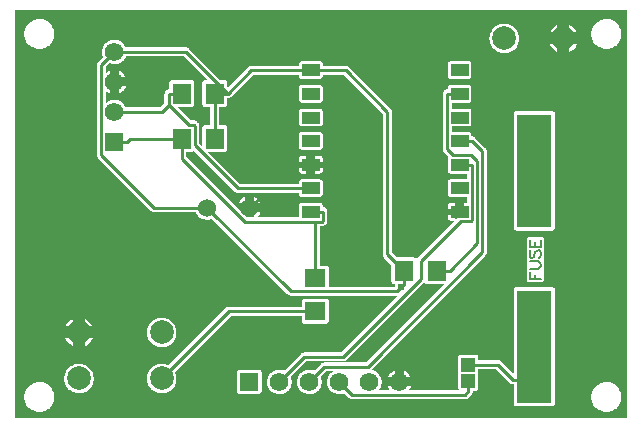
<source format=gtl>
G04 ---------------------------- Layer name :TOP LAYER*
G04 EasyEDA v5.5.15, Tue, 03 Jul 2018 18:31:12 GMT*
G04 565f939dbb094c109ad1478ea9632299*
G04 Gerber Generator version 0.2*
G04 Scale: 100 percent, Rotated: No, Reflected: No *
G04 Dimensions in inches *
G04 leading zeros omitted , absolute positions ,2 integer and 4 decimal *
%FSLAX24Y24*%
%MOIN*%
G90*
G70D02*

%ADD10C,0.010000*%
%ADD11C,0.008000*%
%ADD12C,0.024000*%
%ADD13R,0.063000X0.070900*%
%ADD14R,0.070900X0.063000*%
%ADD15R,0.047240X0.046460*%
%ADD16R,0.059100X0.039400*%
%ADD17C,0.062000*%
%ADD18R,0.062000X0.062000*%
%ADD19C,0.078740*%
%ADD20R,0.118110X0.157480*%
%ADD21R,0.118110X0.236220*%
%ADD22C,0.060000*%

%LPD*%
G36*
G01X0Y0D02*
G01X0Y13600D01*
G01X20400Y13600D01*
G01X20400Y0D01*
G01X0Y0D01*
G37*

%LPC*%
G36*
G01X17816Y12846D02*
G01X18072Y12846D01*
G01X18072Y13102D01*
G01X18065Y13100D01*
G01X18022Y13077D01*
G01X17980Y13050D01*
G01X17942Y13020D01*
G01X17907Y12985D01*
G01X17875Y12948D01*
G01X17847Y12907D01*
G01X17824Y12864D01*
G01X17816Y12846D01*
G37*
G36*
G01X787Y200D02*
G01X837Y201D01*
G01X886Y207D01*
G01X935Y218D01*
G01X982Y234D01*
G01X1028Y255D01*
G01X1071Y279D01*
G01X1111Y309D01*
G01X1149Y342D01*
G01X1183Y378D01*
G01X1213Y418D01*
G01X1239Y460D01*
G01X1260Y505D01*
G01X1277Y552D01*
G01X1290Y600D01*
G01X1297Y650D01*
G01X1300Y700D01*
G01X1297Y749D01*
G01X1290Y799D01*
G01X1277Y847D01*
G01X1260Y894D01*
G01X1239Y939D01*
G01X1213Y981D01*
G01X1183Y1021D01*
G01X1149Y1057D01*
G01X1111Y1090D01*
G01X1071Y1120D01*
G01X1028Y1144D01*
G01X982Y1165D01*
G01X935Y1181D01*
G01X886Y1192D01*
G01X837Y1198D01*
G01X787Y1199D01*
G01X737Y1196D01*
G01X688Y1187D01*
G01X640Y1173D01*
G01X594Y1155D01*
G01X550Y1133D01*
G01X508Y1105D01*
G01X469Y1074D01*
G01X433Y1040D01*
G01X401Y1001D01*
G01X373Y960D01*
G01X349Y916D01*
G01X330Y871D01*
G01X315Y823D01*
G01X305Y774D01*
G01X300Y724D01*
G01X300Y675D01*
G01X305Y625D01*
G01X315Y576D01*
G01X330Y528D01*
G01X349Y483D01*
G01X373Y439D01*
G01X401Y398D01*
G01X433Y359D01*
G01X469Y325D01*
G01X508Y294D01*
G01X550Y266D01*
G01X594Y244D01*
G01X640Y226D01*
G01X688Y212D01*
G01X737Y203D01*
G01X787Y200D01*
G37*
G36*
G01X16710Y378D02*
G01X17890Y378D01*
G01X17895Y378D01*
G01X17899Y378D01*
G01X17903Y378D01*
G01X17907Y379D01*
G01X17911Y380D01*
G01X17915Y381D01*
G01X17919Y382D01*
G01X17923Y383D01*
G01X17927Y384D01*
G01X17931Y386D01*
G01X17934Y388D01*
G01X17938Y390D01*
G01X17942Y392D01*
G01X17945Y394D01*
G01X17949Y396D01*
G01X17952Y399D01*
G01X17955Y401D01*
G01X17958Y404D01*
G01X17961Y407D01*
G01X17964Y410D01*
G01X17967Y413D01*
G01X17969Y416D01*
G01X17972Y419D01*
G01X17974Y423D01*
G01X17976Y426D01*
G01X17978Y430D01*
G01X17980Y434D01*
G01X17982Y437D01*
G01X17984Y441D01*
G01X17985Y445D01*
G01X17986Y449D01*
G01X17987Y453D01*
G01X17988Y457D01*
G01X17989Y461D01*
G01X17990Y465D01*
G01X17990Y469D01*
G01X17990Y473D01*
G01X17990Y478D01*
G01X17990Y4257D01*
G01X17990Y4261D01*
G01X17990Y4265D01*
G01X17990Y4269D01*
G01X17989Y4273D01*
G01X17988Y4277D01*
G01X17987Y4281D01*
G01X17986Y4285D01*
G01X17985Y4289D01*
G01X17984Y4293D01*
G01X17982Y4297D01*
G01X17980Y4300D01*
G01X17978Y4304D01*
G01X17976Y4308D01*
G01X17974Y4311D01*
G01X17972Y4315D01*
G01X17969Y4318D01*
G01X17967Y4321D01*
G01X17964Y4324D01*
G01X17961Y4327D01*
G01X17958Y4330D01*
G01X17955Y4333D01*
G01X17952Y4335D01*
G01X17949Y4338D01*
G01X17945Y4340D01*
G01X17942Y4342D01*
G01X17938Y4344D01*
G01X17934Y4346D01*
G01X17931Y4348D01*
G01X17927Y4350D01*
G01X17923Y4351D01*
G01X17919Y4352D01*
G01X17915Y4353D01*
G01X17911Y4354D01*
G01X17907Y4355D01*
G01X17903Y4356D01*
G01X17899Y4356D01*
G01X17895Y4356D01*
G01X17890Y4357D01*
G01X16710Y4357D01*
G01X16705Y4356D01*
G01X16701Y4356D01*
G01X16697Y4356D01*
G01X16693Y4355D01*
G01X16689Y4354D01*
G01X16685Y4353D01*
G01X16681Y4352D01*
G01X16677Y4351D01*
G01X16673Y4350D01*
G01X16669Y4348D01*
G01X16666Y4346D01*
G01X16662Y4344D01*
G01X16658Y4342D01*
G01X16655Y4340D01*
G01X16651Y4338D01*
G01X16648Y4335D01*
G01X16645Y4333D01*
G01X16642Y4330D01*
G01X16639Y4327D01*
G01X16636Y4324D01*
G01X16633Y4321D01*
G01X16631Y4318D01*
G01X16628Y4315D01*
G01X16626Y4311D01*
G01X16624Y4308D01*
G01X16622Y4304D01*
G01X16620Y4300D01*
G01X16618Y4297D01*
G01X16616Y4293D01*
G01X16615Y4289D01*
G01X16614Y4285D01*
G01X16613Y4281D01*
G01X16612Y4277D01*
G01X16611Y4273D01*
G01X16610Y4269D01*
G01X16610Y4265D01*
G01X16610Y4261D01*
G01X16610Y4257D01*
G01X16610Y1456D01*
G01X16185Y1881D01*
G01X16181Y1884D01*
G01X16177Y1888D01*
G01X16173Y1891D01*
G01X16169Y1894D01*
G01X16165Y1897D01*
G01X16161Y1900D01*
G01X16156Y1903D01*
G01X16152Y1905D01*
G01X16148Y1908D01*
G01X16143Y1910D01*
G01X16138Y1912D01*
G01X16134Y1914D01*
G01X16129Y1916D01*
G01X16124Y1917D01*
G01X16119Y1919D01*
G01X16114Y1920D01*
G01X16109Y1921D01*
G01X16104Y1922D01*
G01X16099Y1923D01*
G01X16094Y1924D01*
G01X16089Y1924D01*
G01X16084Y1924D01*
G01X16078Y1925D01*
G01X15436Y1925D01*
G01X15436Y2007D01*
G01X15436Y2011D01*
G01X15436Y2015D01*
G01X15436Y2019D01*
G01X15435Y2023D01*
G01X15434Y2027D01*
G01X15433Y2031D01*
G01X15432Y2035D01*
G01X15431Y2039D01*
G01X15430Y2043D01*
G01X15428Y2047D01*
G01X15426Y2050D01*
G01X15424Y2054D01*
G01X15422Y2058D01*
G01X15420Y2061D01*
G01X15418Y2065D01*
G01X15415Y2068D01*
G01X15413Y2071D01*
G01X15410Y2074D01*
G01X15407Y2077D01*
G01X15404Y2080D01*
G01X15401Y2083D01*
G01X15398Y2085D01*
G01X15395Y2088D01*
G01X15391Y2090D01*
G01X15388Y2092D01*
G01X15384Y2094D01*
G01X15380Y2096D01*
G01X15377Y2098D01*
G01X15373Y2100D01*
G01X15369Y2101D01*
G01X15365Y2102D01*
G01X15361Y2103D01*
G01X15357Y2104D01*
G01X15353Y2105D01*
G01X15349Y2106D01*
G01X15345Y2106D01*
G01X15341Y2106D01*
G01X15336Y2107D01*
G01X14864Y2107D01*
G01X14860Y2106D01*
G01X14856Y2106D01*
G01X14852Y2106D01*
G01X14848Y2105D01*
G01X14844Y2104D01*
G01X14840Y2103D01*
G01X14836Y2102D01*
G01X14832Y2101D01*
G01X14828Y2100D01*
G01X14824Y2098D01*
G01X14821Y2096D01*
G01X14817Y2094D01*
G01X14813Y2092D01*
G01X14810Y2090D01*
G01X14806Y2088D01*
G01X14803Y2085D01*
G01X14800Y2083D01*
G01X14797Y2080D01*
G01X14794Y2077D01*
G01X14791Y2074D01*
G01X14788Y2071D01*
G01X14786Y2068D01*
G01X14783Y2065D01*
G01X14781Y2061D01*
G01X14779Y2058D01*
G01X14777Y2054D01*
G01X14775Y2050D01*
G01X14773Y2047D01*
G01X14771Y2043D01*
G01X14770Y2039D01*
G01X14769Y2035D01*
G01X14768Y2031D01*
G01X14767Y2027D01*
G01X14766Y2023D01*
G01X14765Y2019D01*
G01X14765Y2015D01*
G01X14765Y2011D01*
G01X14764Y2007D01*
G01X14764Y1542D01*
G01X14765Y1538D01*
G01X14765Y1534D01*
G01X14765Y1530D01*
G01X14766Y1526D01*
G01X14767Y1522D01*
G01X14768Y1518D01*
G01X14769Y1514D01*
G01X14770Y1510D01*
G01X14771Y1506D01*
G01X14773Y1502D01*
G01X14774Y1499D01*
G01X14773Y1496D01*
G01X14771Y1492D01*
G01X14770Y1488D01*
G01X14769Y1484D01*
G01X14768Y1480D01*
G01X14767Y1476D01*
G01X14766Y1472D01*
G01X14765Y1468D01*
G01X14765Y1464D01*
G01X14765Y1460D01*
G01X14764Y1455D01*
G01X14764Y992D01*
G01X14765Y987D01*
G01X14765Y983D01*
G01X14765Y979D01*
G01X14766Y975D01*
G01X14767Y971D01*
G01X14768Y967D01*
G01X14769Y963D01*
G01X14770Y959D01*
G01X14771Y955D01*
G01X14773Y951D01*
G01X14775Y948D01*
G01X14777Y944D01*
G01X14779Y940D01*
G01X14781Y937D01*
G01X14783Y933D01*
G01X14786Y930D01*
G01X14788Y927D01*
G01X14791Y924D01*
G01X14794Y921D01*
G01X14797Y918D01*
G01X14800Y915D01*
G01X14802Y913D01*
G01X13093Y913D01*
G01X13114Y936D01*
G01X13138Y969D01*
G01X13160Y1003D01*
G01X13177Y1040D01*
G01X13179Y1044D01*
G01X12955Y1044D01*
G01X12955Y913D01*
G01X12644Y913D01*
G01X12644Y1044D01*
G01X12420Y1044D01*
G01X12430Y1022D01*
G01X12450Y986D01*
G01X12473Y952D01*
G01X12499Y921D01*
G01X12506Y913D01*
G01X12093Y913D01*
G01X12114Y936D01*
G01X12138Y969D01*
G01X12160Y1003D01*
G01X12177Y1040D01*
G01X12191Y1079D01*
G01X12201Y1118D01*
G01X12207Y1159D01*
G01X12210Y1200D01*
G01X12207Y1240D01*
G01X12201Y1281D01*
G01X12191Y1320D01*
G01X12177Y1359D01*
G01X12160Y1396D01*
G01X12138Y1430D01*
G01X12114Y1463D01*
G01X12086Y1493D01*
G01X12055Y1520D01*
G01X12022Y1544D01*
G01X11987Y1564D01*
G01X11949Y1581D01*
G01X11911Y1594D01*
G01X11871Y1603D01*
G01X11865Y1604D01*
G01X15668Y5406D01*
G01X15671Y5410D01*
G01X15675Y5414D01*
G01X15678Y5418D01*
G01X15681Y5422D01*
G01X15684Y5426D01*
G01X15687Y5430D01*
G01X15690Y5435D01*
G01X15692Y5439D01*
G01X15695Y5443D01*
G01X15697Y5448D01*
G01X15699Y5453D01*
G01X15701Y5457D01*
G01X15703Y5462D01*
G01X15704Y5467D01*
G01X15706Y5472D01*
G01X15707Y5477D01*
G01X15708Y5482D01*
G01X15709Y5487D01*
G01X15710Y5492D01*
G01X15711Y5497D01*
G01X15711Y5502D01*
G01X15711Y5507D01*
G01X15711Y5513D01*
G01X15711Y8886D01*
G01X15711Y8891D01*
G01X15711Y8896D01*
G01X15711Y8901D01*
G01X15710Y8906D01*
G01X15709Y8911D01*
G01X15708Y8916D01*
G01X15707Y8921D01*
G01X15706Y8926D01*
G01X15704Y8931D01*
G01X15703Y8936D01*
G01X15701Y8941D01*
G01X15699Y8945D01*
G01X15697Y8950D01*
G01X15695Y8955D01*
G01X15692Y8959D01*
G01X15690Y8964D01*
G01X15687Y8968D01*
G01X15684Y8972D01*
G01X15681Y8976D01*
G01X15678Y8980D01*
G01X15674Y8984D01*
G01X15671Y8988D01*
G01X15667Y8992D01*
G01X15322Y9336D01*
G01X15320Y9338D01*
G01X15319Y9339D01*
G01X15318Y9340D01*
G01X15317Y9341D01*
G01X15315Y9343D01*
G01X15313Y9344D01*
G01X15312Y9345D01*
G01X15311Y9346D01*
G01X15309Y9347D01*
G01X15307Y9349D01*
G01X15306Y9350D01*
G01X15305Y9350D01*
G01X15303Y9352D01*
G01X15301Y9353D01*
G01X15300Y9354D01*
G01X15299Y9355D01*
G01X15297Y9356D01*
G01X15295Y9357D01*
G01X15294Y9358D01*
G01X15293Y9359D01*
G01X15290Y9360D01*
G01X15288Y9361D01*
G01X15287Y9362D01*
G01X15286Y9362D01*
G01X15284Y9363D01*
G01X15282Y9365D01*
G01X15281Y9365D01*
G01X15280Y9366D01*
G01X15277Y9367D01*
G01X15275Y9368D01*
G01X15274Y9368D01*
G01X15273Y9369D01*
G01X15270Y9370D01*
G01X15268Y9370D01*
G01X15267Y9371D01*
G01X15266Y9371D01*
G01X15263Y9372D01*
G01X15261Y9373D01*
G01X15260Y9373D01*
G01X15259Y9373D01*
G01X15256Y9374D01*
G01X15254Y9375D01*
G01X15252Y9375D01*
G01X15251Y9375D01*
G01X15249Y9376D01*
G01X15246Y9377D01*
G01X15245Y9377D01*
G01X15244Y9377D01*
G01X15241Y9377D01*
G01X15239Y9378D01*
G01X15238Y9378D01*
G01X15237Y9378D01*
G01X15234Y9378D01*
G01X15231Y9379D01*
G01X15231Y9379D01*
G01X15229Y9379D01*
G01X15226Y9379D01*
G01X15224Y9379D01*
G01X15223Y9379D01*
G01X15222Y9379D01*
G01X15219Y9379D01*
G01X15217Y9380D01*
G01X15206Y9380D01*
G01X15206Y9426D01*
G01X15206Y9431D01*
G01X15206Y9435D01*
G01X15205Y9439D01*
G01X15205Y9443D01*
G01X15204Y9447D01*
G01X15203Y9451D01*
G01X15202Y9455D01*
G01X15201Y9459D01*
G01X15199Y9463D01*
G01X15198Y9467D01*
G01X15196Y9470D01*
G01X15194Y9474D01*
G01X15192Y9478D01*
G01X15190Y9481D01*
G01X15187Y9485D01*
G01X15185Y9488D01*
G01X15182Y9491D01*
G01X15180Y9494D01*
G01X15177Y9497D01*
G01X15174Y9500D01*
G01X15171Y9503D01*
G01X15167Y9505D01*
G01X15164Y9508D01*
G01X15161Y9510D01*
G01X15157Y9512D01*
G01X15154Y9514D01*
G01X15150Y9516D01*
G01X15146Y9518D01*
G01X15142Y9520D01*
G01X15138Y9521D01*
G01X15135Y9522D01*
G01X15131Y9523D01*
G01X15127Y9524D01*
G01X15122Y9525D01*
G01X15118Y9526D01*
G01X15114Y9526D01*
G01X15110Y9526D01*
G01X15106Y9526D01*
G01X14555Y9526D01*
G01X14555Y9713D01*
G01X15106Y9713D01*
G01X15110Y9713D01*
G01X15114Y9713D01*
G01X15118Y9713D01*
G01X15122Y9714D01*
G01X15127Y9715D01*
G01X15131Y9716D01*
G01X15135Y9717D01*
G01X15138Y9718D01*
G01X15142Y9719D01*
G01X15146Y9721D01*
G01X15150Y9723D01*
G01X15154Y9725D01*
G01X15157Y9727D01*
G01X15161Y9729D01*
G01X15164Y9731D01*
G01X15167Y9734D01*
G01X15171Y9736D01*
G01X15174Y9739D01*
G01X15177Y9742D01*
G01X15180Y9745D01*
G01X15182Y9748D01*
G01X15185Y9751D01*
G01X15187Y9754D01*
G01X15190Y9758D01*
G01X15192Y9761D01*
G01X15194Y9765D01*
G01X15196Y9769D01*
G01X15198Y9772D01*
G01X15199Y9776D01*
G01X15201Y9780D01*
G01X15202Y9784D01*
G01X15203Y9788D01*
G01X15204Y9792D01*
G01X15205Y9796D01*
G01X15205Y9800D01*
G01X15206Y9804D01*
G01X15206Y9808D01*
G01X15206Y9813D01*
G01X15206Y10207D01*
G01X15206Y10211D01*
G01X15206Y10215D01*
G01X15205Y10219D01*
G01X15205Y10223D01*
G01X15204Y10227D01*
G01X15203Y10231D01*
G01X15202Y10235D01*
G01X15201Y10239D01*
G01X15199Y10243D01*
G01X15198Y10247D01*
G01X15196Y10250D01*
G01X15194Y10254D01*
G01X15192Y10258D01*
G01X15190Y10261D01*
G01X15187Y10265D01*
G01X15185Y10268D01*
G01X15182Y10271D01*
G01X15180Y10274D01*
G01X15177Y10277D01*
G01X15174Y10280D01*
G01X15171Y10283D01*
G01X15167Y10285D01*
G01X15164Y10288D01*
G01X15161Y10290D01*
G01X15157Y10292D01*
G01X15154Y10294D01*
G01X15150Y10296D01*
G01X15146Y10298D01*
G01X15142Y10300D01*
G01X15138Y10301D01*
G01X15135Y10302D01*
G01X15131Y10303D01*
G01X15127Y10304D01*
G01X15122Y10305D01*
G01X15118Y10306D01*
G01X15114Y10306D01*
G01X15110Y10306D01*
G01X15106Y10307D01*
G01X14555Y10307D01*
G01X14555Y10503D01*
G01X15106Y10503D01*
G01X15110Y10503D01*
G01X15114Y10503D01*
G01X15118Y10503D01*
G01X15122Y10504D01*
G01X15127Y10505D01*
G01X15131Y10506D01*
G01X15135Y10507D01*
G01X15138Y10508D01*
G01X15142Y10509D01*
G01X15146Y10511D01*
G01X15150Y10513D01*
G01X15154Y10515D01*
G01X15157Y10517D01*
G01X15161Y10519D01*
G01X15164Y10521D01*
G01X15167Y10524D01*
G01X15171Y10526D01*
G01X15174Y10529D01*
G01X15177Y10532D01*
G01X15180Y10535D01*
G01X15182Y10538D01*
G01X15185Y10541D01*
G01X15187Y10544D01*
G01X15190Y10548D01*
G01X15192Y10551D01*
G01X15194Y10555D01*
G01X15196Y10559D01*
G01X15198Y10562D01*
G01X15199Y10566D01*
G01X15201Y10570D01*
G01X15202Y10574D01*
G01X15203Y10578D01*
G01X15204Y10582D01*
G01X15205Y10586D01*
G01X15205Y10590D01*
G01X15206Y10594D01*
G01X15206Y10598D01*
G01X15206Y10603D01*
G01X15206Y10996D01*
G01X15206Y11001D01*
G01X15206Y11005D01*
G01X15205Y11009D01*
G01X15205Y11013D01*
G01X15204Y11017D01*
G01X15203Y11021D01*
G01X15202Y11025D01*
G01X15201Y11029D01*
G01X15199Y11033D01*
G01X15198Y11037D01*
G01X15196Y11040D01*
G01X15194Y11044D01*
G01X15192Y11048D01*
G01X15190Y11051D01*
G01X15187Y11055D01*
G01X15185Y11058D01*
G01X15182Y11061D01*
G01X15180Y11064D01*
G01X15177Y11067D01*
G01X15174Y11070D01*
G01X15171Y11073D01*
G01X15167Y11075D01*
G01X15164Y11078D01*
G01X15161Y11080D01*
G01X15157Y11082D01*
G01X15154Y11084D01*
G01X15150Y11086D01*
G01X15146Y11088D01*
G01X15142Y11090D01*
G01X15138Y11091D01*
G01X15135Y11092D01*
G01X15131Y11093D01*
G01X15127Y11094D01*
G01X15122Y11095D01*
G01X15118Y11096D01*
G01X15114Y11096D01*
G01X15110Y11096D01*
G01X15106Y11096D01*
G01X14515Y11096D01*
G01X14511Y11096D01*
G01X14507Y11096D01*
G01X14503Y11096D01*
G01X14499Y11095D01*
G01X14494Y11094D01*
G01X14490Y11093D01*
G01X14486Y11092D01*
G01X14483Y11091D01*
G01X14479Y11090D01*
G01X14475Y11088D01*
G01X14471Y11086D01*
G01X14467Y11084D01*
G01X14464Y11082D01*
G01X14460Y11080D01*
G01X14457Y11078D01*
G01X14454Y11075D01*
G01X14450Y11073D01*
G01X14447Y11070D01*
G01X14444Y11067D01*
G01X14441Y11064D01*
G01X14439Y11061D01*
G01X14436Y11058D01*
G01X14434Y11055D01*
G01X14431Y11051D01*
G01X14429Y11048D01*
G01X14427Y11044D01*
G01X14425Y11040D01*
G01X14423Y11037D01*
G01X14422Y11033D01*
G01X14420Y11029D01*
G01X14419Y11025D01*
G01X14418Y11021D01*
G01X14417Y11017D01*
G01X14416Y11013D01*
G01X14416Y11009D01*
G01X14415Y11005D01*
G01X14415Y11001D01*
G01X14415Y10996D01*
G01X14415Y10950D01*
G01X14405Y10950D01*
G01X14403Y10949D01*
G01X14401Y10949D01*
G01X14399Y10949D01*
G01X14397Y10949D01*
G01X14395Y10949D01*
G01X14393Y10949D01*
G01X14391Y10949D01*
G01X14390Y10949D01*
G01X14388Y10949D01*
G01X14386Y10948D01*
G01X14384Y10948D01*
G01X14382Y10948D01*
G01X14380Y10948D01*
G01X14378Y10947D01*
G01X14377Y10947D01*
G01X14375Y10947D01*
G01X14373Y10946D01*
G01X14371Y10946D01*
G01X14369Y10945D01*
G01X14367Y10945D01*
G01X14366Y10944D01*
G01X14364Y10944D01*
G01X14362Y10943D01*
G01X14360Y10943D01*
G01X14358Y10942D01*
G01X14357Y10942D01*
G01X14355Y10941D01*
G01X14353Y10940D01*
G01X14352Y10940D01*
G01X14350Y10939D01*
G01X14348Y10938D01*
G01X14346Y10938D01*
G01X14345Y10937D01*
G01X14343Y10936D01*
G01X14341Y10935D01*
G01X14339Y10935D01*
G01X14338Y10934D01*
G01X14336Y10933D01*
G01X14334Y10932D01*
G01X14333Y10931D01*
G01X14331Y10930D01*
G01X14330Y10929D01*
G01X14328Y10928D01*
G01X14326Y10927D01*
G01X14325Y10926D01*
G01X14323Y10926D01*
G01X14322Y10925D01*
G01X14320Y10923D01*
G01X14318Y10922D01*
G01X14317Y10921D01*
G01X14316Y10920D01*
G01X14314Y10919D01*
G01X14312Y10918D01*
G01X14311Y10917D01*
G01X14310Y10916D01*
G01X14308Y10914D01*
G01X14307Y10913D01*
G01X14305Y10912D01*
G01X14304Y10911D01*
G01X14302Y10909D01*
G01X14301Y10908D01*
G01X14300Y10907D01*
G01X14298Y10906D01*
G01X14297Y10904D01*
G01X14296Y10903D01*
G01X14295Y10902D01*
G01X14293Y10900D01*
G01X14292Y10899D01*
G01X14291Y10897D01*
G01X14290Y10896D01*
G01X14288Y10894D01*
G01X14287Y10893D01*
G01X14286Y10892D01*
G01X14285Y10890D01*
G01X14284Y10888D01*
G01X14283Y10887D01*
G01X14282Y10886D01*
G01X14281Y10884D01*
G01X14279Y10882D01*
G01X14278Y10881D01*
G01X14278Y10879D01*
G01X14277Y10878D01*
G01X14276Y10876D01*
G01X14275Y10875D01*
G01X14274Y10873D01*
G01X14273Y10871D01*
G01X14272Y10870D01*
G01X14271Y10868D01*
G01X14270Y10866D01*
G01X14269Y10865D01*
G01X14269Y10863D01*
G01X14268Y10861D01*
G01X14267Y10859D01*
G01X14266Y10858D01*
G01X14266Y10856D01*
G01X14265Y10854D01*
G01X14264Y10852D01*
G01X14264Y10851D01*
G01X14263Y10849D01*
G01X14262Y10847D01*
G01X14262Y10846D01*
G01X14261Y10844D01*
G01X14261Y10842D01*
G01X14260Y10840D01*
G01X14260Y10838D01*
G01X14259Y10837D01*
G01X14259Y10835D01*
G01X14258Y10833D01*
G01X14258Y10831D01*
G01X14257Y10829D01*
G01X14257Y10827D01*
G01X14257Y10826D01*
G01X14256Y10824D01*
G01X14256Y10822D01*
G01X14256Y10820D01*
G01X14256Y10818D01*
G01X14255Y10816D01*
G01X14255Y10814D01*
G01X14255Y10813D01*
G01X14255Y10811D01*
G01X14255Y10809D01*
G01X14255Y10807D01*
G01X14255Y10805D01*
G01X14255Y10803D01*
G01X14255Y10801D01*
G01X14255Y10800D01*
G01X14255Y8951D01*
G01X14255Y8945D01*
G01X14255Y8940D01*
G01X14255Y8935D01*
G01X14256Y8929D01*
G01X14257Y8924D01*
G01X14258Y8919D01*
G01X14259Y8914D01*
G01X14261Y8908D01*
G01X14262Y8903D01*
G01X14264Y8898D01*
G01X14266Y8893D01*
G01X14268Y8888D01*
G01X14270Y8884D01*
G01X14273Y8879D01*
G01X14275Y8874D01*
G01X14278Y8870D01*
G01X14281Y8865D01*
G01X14284Y8861D01*
G01X14288Y8857D01*
G01X14291Y8853D01*
G01X14294Y8849D01*
G01X14298Y8845D01*
G01X14440Y8702D01*
G01X14439Y8701D01*
G01X14436Y8698D01*
G01X14434Y8695D01*
G01X14431Y8691D01*
G01X14429Y8688D01*
G01X14427Y8684D01*
G01X14425Y8680D01*
G01X14423Y8677D01*
G01X14422Y8673D01*
G01X14420Y8669D01*
G01X14419Y8665D01*
G01X14418Y8661D01*
G01X14417Y8657D01*
G01X14416Y8653D01*
G01X14416Y8649D01*
G01X14415Y8645D01*
G01X14415Y8641D01*
G01X14415Y8636D01*
G01X14415Y8242D01*
G01X14415Y8238D01*
G01X14415Y8234D01*
G01X14416Y8230D01*
G01X14416Y8226D01*
G01X14417Y8222D01*
G01X14418Y8218D01*
G01X14419Y8214D01*
G01X14420Y8210D01*
G01X14422Y8206D01*
G01X14423Y8202D01*
G01X14425Y8199D01*
G01X14427Y8195D01*
G01X14429Y8191D01*
G01X14431Y8188D01*
G01X14434Y8184D01*
G01X14436Y8181D01*
G01X14439Y8178D01*
G01X14441Y8175D01*
G01X14444Y8172D01*
G01X14447Y8169D01*
G01X14450Y8166D01*
G01X14454Y8164D01*
G01X14457Y8161D01*
G01X14460Y8159D01*
G01X14464Y8157D01*
G01X14467Y8155D01*
G01X14471Y8153D01*
G01X14475Y8151D01*
G01X14479Y8149D01*
G01X14483Y8148D01*
G01X14486Y8147D01*
G01X14490Y8146D01*
G01X14494Y8145D01*
G01X14499Y8144D01*
G01X14503Y8143D01*
G01X14507Y8143D01*
G01X14511Y8143D01*
G01X14515Y8142D01*
G01X15067Y8142D01*
G01X15067Y7946D01*
G01X14515Y7946D01*
G01X14511Y7946D01*
G01X14507Y7946D01*
G01X14503Y7946D01*
G01X14499Y7945D01*
G01X14494Y7944D01*
G01X14490Y7943D01*
G01X14486Y7942D01*
G01X14483Y7941D01*
G01X14479Y7940D01*
G01X14475Y7938D01*
G01X14471Y7936D01*
G01X14467Y7934D01*
G01X14464Y7932D01*
G01X14460Y7930D01*
G01X14457Y7928D01*
G01X14454Y7925D01*
G01X14450Y7923D01*
G01X14447Y7920D01*
G01X14444Y7917D01*
G01X14441Y7914D01*
G01X14439Y7911D01*
G01X14436Y7908D01*
G01X14434Y7905D01*
G01X14431Y7901D01*
G01X14429Y7898D01*
G01X14427Y7894D01*
G01X14425Y7890D01*
G01X14423Y7887D01*
G01X14422Y7883D01*
G01X14420Y7879D01*
G01X14419Y7875D01*
G01X14418Y7871D01*
G01X14417Y7867D01*
G01X14416Y7863D01*
G01X14416Y7859D01*
G01X14415Y7855D01*
G01X14415Y7851D01*
G01X14415Y7846D01*
G01X14415Y7453D01*
G01X14415Y7448D01*
G01X14415Y7444D01*
G01X14416Y7440D01*
G01X14416Y7436D01*
G01X14417Y7432D01*
G01X14418Y7428D01*
G01X14419Y7424D01*
G01X14420Y7420D01*
G01X14422Y7416D01*
G01X14423Y7412D01*
G01X14425Y7409D01*
G01X14427Y7405D01*
G01X14429Y7401D01*
G01X14431Y7398D01*
G01X14434Y7394D01*
G01X14436Y7391D01*
G01X14439Y7388D01*
G01X14441Y7385D01*
G01X14444Y7382D01*
G01X14447Y7379D01*
G01X14450Y7376D01*
G01X14454Y7374D01*
G01X14457Y7371D01*
G01X14460Y7369D01*
G01X14464Y7367D01*
G01X14467Y7365D01*
G01X14471Y7363D01*
G01X14475Y7361D01*
G01X14479Y7359D01*
G01X14483Y7358D01*
G01X14486Y7357D01*
G01X14490Y7356D01*
G01X14494Y7355D01*
G01X14499Y7354D01*
G01X14503Y7353D01*
G01X14507Y7353D01*
G01X14511Y7353D01*
G01X14515Y7353D01*
G01X15067Y7353D01*
G01X15067Y7167D01*
G01X14958Y7167D01*
G01X14958Y6968D01*
G01X15067Y6968D01*
G01X15067Y6771D01*
G01X14958Y6771D01*
G01X14958Y6711D01*
G01X14848Y6711D01*
G01X14843Y6711D01*
G01X14838Y6711D01*
G01X14833Y6711D01*
G01X14828Y6710D01*
G01X14823Y6709D01*
G01X14818Y6708D01*
G01X14813Y6707D01*
G01X14808Y6706D01*
G01X14803Y6704D01*
G01X14798Y6703D01*
G01X14793Y6701D01*
G01X14789Y6699D01*
G01X14784Y6697D01*
G01X14779Y6695D01*
G01X14775Y6692D01*
G01X14771Y6690D01*
G01X14766Y6687D01*
G01X14762Y6684D01*
G01X14758Y6681D01*
G01X14754Y6678D01*
G01X14750Y6675D01*
G01X14746Y6671D01*
G01X14742Y6668D01*
G01X14663Y6588D01*
G01X14663Y6771D01*
G01X14415Y6771D01*
G01X14415Y6673D01*
G01X14415Y6668D01*
G01X14415Y6664D01*
G01X14416Y6660D01*
G01X14416Y6656D01*
G01X14417Y6652D01*
G01X14418Y6648D01*
G01X14419Y6644D01*
G01X14420Y6640D01*
G01X14422Y6636D01*
G01X14423Y6632D01*
G01X14425Y6629D01*
G01X14427Y6625D01*
G01X14429Y6621D01*
G01X14431Y6618D01*
G01X14434Y6614D01*
G01X14436Y6611D01*
G01X14439Y6608D01*
G01X14441Y6605D01*
G01X14444Y6602D01*
G01X14447Y6599D01*
G01X14450Y6596D01*
G01X14454Y6594D01*
G01X14457Y6591D01*
G01X14460Y6589D01*
G01X14464Y6587D01*
G01X14467Y6585D01*
G01X14471Y6583D01*
G01X14475Y6581D01*
G01X14479Y6579D01*
G01X14483Y6578D01*
G01X14486Y6577D01*
G01X14490Y6576D01*
G01X14494Y6575D01*
G01X14499Y6574D01*
G01X14503Y6573D01*
G01X14507Y6573D01*
G01X14511Y6573D01*
G01X14515Y6573D01*
G01X14647Y6573D01*
G01X13423Y5349D01*
G01X13420Y5345D01*
G01X13416Y5341D01*
G01X13413Y5337D01*
G01X13410Y5333D01*
G01X13407Y5329D01*
G01X13404Y5325D01*
G01X13401Y5320D01*
G01X13399Y5316D01*
G01X13396Y5312D01*
G01X13394Y5307D01*
G01X13392Y5302D01*
G01X13390Y5298D01*
G01X13388Y5293D01*
G01X13387Y5288D01*
G01X13385Y5283D01*
G01X13384Y5278D01*
G01X13383Y5273D01*
G01X13382Y5268D01*
G01X13381Y5263D01*
G01X13380Y5258D01*
G01X13380Y5253D01*
G01X13380Y5248D01*
G01X13380Y5242D01*
G01X13380Y4698D01*
G01X13364Y4683D01*
G01X13364Y5253D01*
G01X13364Y5258D01*
G01X13364Y5262D01*
G01X13364Y5266D01*
G01X13363Y5270D01*
G01X13362Y5274D01*
G01X13361Y5278D01*
G01X13360Y5282D01*
G01X13359Y5286D01*
G01X13358Y5290D01*
G01X13356Y5294D01*
G01X13354Y5297D01*
G01X13352Y5301D01*
G01X13350Y5305D01*
G01X13348Y5308D01*
G01X13346Y5312D01*
G01X13343Y5315D01*
G01X13341Y5318D01*
G01X13338Y5321D01*
G01X13335Y5324D01*
G01X13332Y5327D01*
G01X13329Y5330D01*
G01X13326Y5332D01*
G01X13323Y5335D01*
G01X13319Y5337D01*
G01X13316Y5339D01*
G01X13312Y5341D01*
G01X13308Y5343D01*
G01X13305Y5345D01*
G01X13301Y5347D01*
G01X13297Y5348D01*
G01X13293Y5349D01*
G01X13289Y5350D01*
G01X13285Y5351D01*
G01X13281Y5352D01*
G01X13277Y5353D01*
G01X13273Y5353D01*
G01X13269Y5353D01*
G01X13264Y5353D01*
G01X12707Y5353D01*
G01X12550Y5511D01*
G01X12550Y10200D01*
G01X12549Y10205D01*
G01X12549Y10210D01*
G01X12549Y10215D01*
G01X12548Y10220D01*
G01X12547Y10225D01*
G01X12546Y10230D01*
G01X12545Y10235D01*
G01X12544Y10240D01*
G01X12542Y10245D01*
G01X12541Y10250D01*
G01X12539Y10255D01*
G01X12537Y10259D01*
G01X12535Y10264D01*
G01X12533Y10269D01*
G01X12530Y10273D01*
G01X12528Y10277D01*
G01X12525Y10282D01*
G01X12522Y10286D01*
G01X12519Y10290D01*
G01X12516Y10294D01*
G01X12513Y10298D01*
G01X12509Y10302D01*
G01X12506Y10306D01*
G01X11116Y11696D01*
G01X11112Y11699D01*
G01X11108Y11703D01*
G01X11104Y11706D01*
G01X11100Y11709D01*
G01X11096Y11712D01*
G01X11092Y11715D01*
G01X11087Y11718D01*
G01X11083Y11720D01*
G01X11079Y11723D01*
G01X11074Y11725D01*
G01X11069Y11727D01*
G01X11065Y11729D01*
G01X11060Y11731D01*
G01X11055Y11732D01*
G01X11050Y11734D01*
G01X11045Y11735D01*
G01X11040Y11736D01*
G01X11035Y11737D01*
G01X11030Y11738D01*
G01X11025Y11739D01*
G01X11020Y11739D01*
G01X11015Y11739D01*
G01X11010Y11740D01*
G01X10246Y11740D01*
G01X10246Y11786D01*
G01X10246Y11791D01*
G01X10246Y11795D01*
G01X10245Y11799D01*
G01X10245Y11803D01*
G01X10244Y11807D01*
G01X10243Y11811D01*
G01X10242Y11815D01*
G01X10241Y11819D01*
G01X10239Y11823D01*
G01X10238Y11827D01*
G01X10236Y11830D01*
G01X10234Y11834D01*
G01X10232Y11838D01*
G01X10230Y11841D01*
G01X10227Y11845D01*
G01X10225Y11848D01*
G01X10222Y11851D01*
G01X10220Y11854D01*
G01X10217Y11857D01*
G01X10214Y11860D01*
G01X10211Y11863D01*
G01X10207Y11865D01*
G01X10204Y11868D01*
G01X10201Y11870D01*
G01X10197Y11872D01*
G01X10194Y11874D01*
G01X10190Y11876D01*
G01X10186Y11878D01*
G01X10182Y11880D01*
G01X10178Y11881D01*
G01X10175Y11882D01*
G01X10171Y11883D01*
G01X10167Y11884D01*
G01X10162Y11885D01*
G01X10158Y11886D01*
G01X10154Y11886D01*
G01X10150Y11886D01*
G01X10146Y11886D01*
G01X9555Y11886D01*
G01X9551Y11886D01*
G01X9547Y11886D01*
G01X9543Y11886D01*
G01X9539Y11885D01*
G01X9534Y11884D01*
G01X9530Y11883D01*
G01X9526Y11882D01*
G01X9523Y11881D01*
G01X9519Y11880D01*
G01X9515Y11878D01*
G01X9511Y11876D01*
G01X9507Y11874D01*
G01X9504Y11872D01*
G01X9500Y11870D01*
G01X9497Y11868D01*
G01X9494Y11865D01*
G01X9490Y11863D01*
G01X9487Y11860D01*
G01X9484Y11857D01*
G01X9481Y11854D01*
G01X9479Y11851D01*
G01X9476Y11848D01*
G01X9474Y11845D01*
G01X9471Y11841D01*
G01X9469Y11838D01*
G01X9467Y11834D01*
G01X9465Y11830D01*
G01X9463Y11827D01*
G01X9462Y11823D01*
G01X9460Y11819D01*
G01X9459Y11815D01*
G01X9458Y11811D01*
G01X9457Y11807D01*
G01X9456Y11803D01*
G01X9456Y11799D01*
G01X9455Y11795D01*
G01X9455Y11791D01*
G01X9455Y11786D01*
G01X9455Y11740D01*
G01X7865Y11740D01*
G01X7860Y11739D01*
G01X7855Y11739D01*
G01X7850Y11739D01*
G01X7845Y11738D01*
G01X7840Y11737D01*
G01X7835Y11736D01*
G01X7830Y11735D01*
G01X7825Y11734D01*
G01X7820Y11732D01*
G01X7815Y11731D01*
G01X7810Y11729D01*
G01X7806Y11727D01*
G01X7801Y11725D01*
G01X7796Y11723D01*
G01X7792Y11720D01*
G01X7788Y11718D01*
G01X7783Y11715D01*
G01X7779Y11712D01*
G01X7775Y11709D01*
G01X7771Y11706D01*
G01X7767Y11703D01*
G01X7763Y11699D01*
G01X7759Y11696D01*
G01X7076Y11012D01*
G01X7064Y11023D01*
G01X7064Y11154D01*
G01X7064Y11158D01*
G01X7064Y11162D01*
G01X7064Y11166D01*
G01X7063Y11170D01*
G01X7062Y11175D01*
G01X7061Y11179D01*
G01X7060Y11183D01*
G01X7059Y11186D01*
G01X7058Y11190D01*
G01X7056Y11194D01*
G01X7054Y11198D01*
G01X7052Y11202D01*
G01X7050Y11205D01*
G01X7048Y11209D01*
G01X7046Y11212D01*
G01X7043Y11215D01*
G01X7041Y11219D01*
G01X7038Y11222D01*
G01X7035Y11225D01*
G01X7032Y11228D01*
G01X7029Y11230D01*
G01X7026Y11233D01*
G01X7023Y11235D01*
G01X7019Y11238D01*
G01X7016Y11240D01*
G01X7012Y11242D01*
G01X7008Y11244D01*
G01X7005Y11246D01*
G01X7001Y11247D01*
G01X6997Y11249D01*
G01X6993Y11250D01*
G01X6989Y11251D01*
G01X6985Y11252D01*
G01X6981Y11253D01*
G01X6977Y11253D01*
G01X6973Y11254D01*
G01X6969Y11254D01*
G01X6964Y11254D01*
G01X6833Y11254D01*
G01X5782Y12306D01*
G01X5778Y12309D01*
G01X5774Y12313D01*
G01X5770Y12316D01*
G01X5766Y12319D01*
G01X5762Y12322D01*
G01X5758Y12325D01*
G01X5753Y12328D01*
G01X5749Y12330D01*
G01X5745Y12333D01*
G01X5740Y12335D01*
G01X5735Y12337D01*
G01X5731Y12339D01*
G01X5726Y12341D01*
G01X5721Y12342D01*
G01X5716Y12344D01*
G01X5711Y12345D01*
G01X5706Y12346D01*
G01X5701Y12347D01*
G01X5696Y12348D01*
G01X5691Y12349D01*
G01X5686Y12349D01*
G01X5681Y12349D01*
G01X5676Y12350D01*
G01X3681Y12350D01*
G01X3677Y12359D01*
G01X3660Y12396D01*
G01X3638Y12430D01*
G01X3614Y12463D01*
G01X3586Y12493D01*
G01X3555Y12520D01*
G01X3522Y12544D01*
G01X3487Y12564D01*
G01X3449Y12581D01*
G01X3411Y12594D01*
G01X3371Y12603D01*
G01X3330Y12608D01*
G01X3289Y12609D01*
G01X3249Y12606D01*
G01X3208Y12599D01*
G01X3169Y12588D01*
G01X3131Y12573D01*
G01X3094Y12555D01*
G01X3060Y12532D01*
G01X3028Y12507D01*
G01X2999Y12478D01*
G01X2973Y12447D01*
G01X2950Y12413D01*
G01X2930Y12377D01*
G01X2914Y12340D01*
G01X2902Y12301D01*
G01X2894Y12261D01*
G01X2890Y12220D01*
G01X2890Y12179D01*
G01X2894Y12138D01*
G01X2902Y12098D01*
G01X2914Y12059D01*
G01X2924Y12036D01*
G01X2762Y11875D01*
G01X2759Y11871D01*
G01X2755Y11867D01*
G01X2752Y11863D01*
G01X2749Y11859D01*
G01X2746Y11855D01*
G01X2743Y11851D01*
G01X2740Y11846D01*
G01X2738Y11842D01*
G01X2735Y11838D01*
G01X2733Y11833D01*
G01X2731Y11828D01*
G01X2729Y11824D01*
G01X2727Y11819D01*
G01X2726Y11814D01*
G01X2724Y11809D01*
G01X2723Y11804D01*
G01X2722Y11799D01*
G01X2721Y11794D01*
G01X2720Y11789D01*
G01X2719Y11784D01*
G01X2719Y11779D01*
G01X2719Y11774D01*
G01X2719Y11769D01*
G01X2719Y8769D01*
G01X2719Y8763D01*
G01X2719Y8758D01*
G01X2719Y8753D01*
G01X2720Y8748D01*
G01X2721Y8743D01*
G01X2722Y8738D01*
G01X2723Y8733D01*
G01X2724Y8728D01*
G01X2726Y8723D01*
G01X2727Y8718D01*
G01X2729Y8713D01*
G01X2731Y8709D01*
G01X2733Y8704D01*
G01X2735Y8699D01*
G01X2738Y8695D01*
G01X2740Y8691D01*
G01X2743Y8686D01*
G01X2746Y8682D01*
G01X2749Y8678D01*
G01X2752Y8674D01*
G01X2755Y8670D01*
G01X2759Y8666D01*
G01X2762Y8662D01*
G01X4531Y6893D01*
G01X4535Y6890D01*
G01X4539Y6886D01*
G01X4543Y6883D01*
G01X4547Y6880D01*
G01X4551Y6877D01*
G01X4555Y6874D01*
G01X4560Y6871D01*
G01X4564Y6869D01*
G01X4568Y6866D01*
G01X4573Y6864D01*
G01X4578Y6862D01*
G01X4582Y6860D01*
G01X4587Y6858D01*
G01X4592Y6857D01*
G01X4597Y6855D01*
G01X4602Y6854D01*
G01X4607Y6853D01*
G01X4612Y6852D01*
G01X4617Y6851D01*
G01X4622Y6850D01*
G01X4627Y6850D01*
G01X4632Y6850D01*
G01X4638Y6850D01*
G01X6029Y6850D01*
G01X6039Y6826D01*
G01X6058Y6791D01*
G01X6081Y6758D01*
G01X6106Y6727D01*
G01X6135Y6700D01*
G01X6166Y6675D01*
G01X6200Y6653D01*
G01X6235Y6635D01*
G01X6272Y6620D01*
G01X6310Y6610D01*
G01X6350Y6603D01*
G01X6390Y6600D01*
G01X6429Y6601D01*
G01X6469Y6606D01*
G01X6508Y6614D01*
G01X6546Y6627D01*
G01X6555Y6632D01*
G01X9069Y4117D01*
G01X9073Y4114D01*
G01X9077Y4110D01*
G01X9081Y4107D01*
G01X9085Y4104D01*
G01X9089Y4101D01*
G01X9093Y4098D01*
G01X9098Y4095D01*
G01X9102Y4093D01*
G01X9106Y4090D01*
G01X9111Y4088D01*
G01X9116Y4086D01*
G01X9120Y4084D01*
G01X9125Y4082D01*
G01X9130Y4081D01*
G01X9135Y4079D01*
G01X9140Y4078D01*
G01X9145Y4077D01*
G01X9150Y4076D01*
G01X9155Y4075D01*
G01X9160Y4074D01*
G01X9165Y4074D01*
G01X9170Y4074D01*
G01X9176Y4073D01*
G01X12727Y4073D01*
G01X12733Y4074D01*
G01X12738Y4074D01*
G01X12743Y4074D01*
G01X12748Y4075D01*
G01X12753Y4076D01*
G01X12758Y4077D01*
G01X12758Y4077D01*
G01X10858Y2178D01*
G01X9627Y2178D01*
G01X9622Y2177D01*
G01X9617Y2177D01*
G01X9612Y2177D01*
G01X9607Y2176D01*
G01X9602Y2175D01*
G01X9597Y2174D01*
G01X9592Y2173D01*
G01X9587Y2172D01*
G01X9582Y2170D01*
G01X9577Y2169D01*
G01X9572Y2167D01*
G01X9568Y2165D01*
G01X9563Y2163D01*
G01X9558Y2161D01*
G01X9554Y2158D01*
G01X9550Y2156D01*
G01X9545Y2153D01*
G01X9541Y2150D01*
G01X9537Y2147D01*
G01X9533Y2144D01*
G01X9529Y2141D01*
G01X9525Y2137D01*
G01X9521Y2134D01*
G01X8963Y1575D01*
G01X8949Y1581D01*
G01X8911Y1594D01*
G01X8871Y1603D01*
G01X8830Y1608D01*
G01X8789Y1609D01*
G01X8749Y1606D01*
G01X8708Y1599D01*
G01X8669Y1588D01*
G01X8631Y1573D01*
G01X8594Y1555D01*
G01X8560Y1532D01*
G01X8528Y1507D01*
G01X8499Y1478D01*
G01X8473Y1447D01*
G01X8450Y1413D01*
G01X8430Y1377D01*
G01X8414Y1340D01*
G01X8402Y1301D01*
G01X8394Y1261D01*
G01X8390Y1220D01*
G01X8390Y1179D01*
G01X8394Y1138D01*
G01X8402Y1098D01*
G01X8414Y1059D01*
G01X8430Y1022D01*
G01X8450Y986D01*
G01X8473Y952D01*
G01X8499Y921D01*
G01X8528Y892D01*
G01X8560Y867D01*
G01X8594Y844D01*
G01X8631Y826D01*
G01X8669Y811D01*
G01X8708Y800D01*
G01X8749Y793D01*
G01X8789Y790D01*
G01X8830Y791D01*
G01X8871Y796D01*
G01X8911Y805D01*
G01X8949Y818D01*
G01X8987Y835D01*
G01X9022Y855D01*
G01X9055Y879D01*
G01X9086Y906D01*
G01X9114Y936D01*
G01X9138Y969D01*
G01X9160Y1003D01*
G01X9177Y1040D01*
G01X9191Y1079D01*
G01X9201Y1118D01*
G01X9207Y1159D01*
G01X9210Y1200D01*
G01X9207Y1240D01*
G01X9201Y1281D01*
G01X9191Y1320D01*
G01X9177Y1359D01*
G01X9175Y1363D01*
G01X9690Y1878D01*
G01X10921Y1878D01*
G01X10926Y1878D01*
G01X10931Y1878D01*
G01X10936Y1878D01*
G01X10941Y1879D01*
G01X10946Y1880D01*
G01X10951Y1881D01*
G01X10956Y1882D01*
G01X10961Y1883D01*
G01X10966Y1885D01*
G01X10971Y1886D01*
G01X10976Y1888D01*
G01X10980Y1890D01*
G01X10985Y1892D01*
G01X10989Y1894D01*
G01X10994Y1897D01*
G01X10998Y1899D01*
G01X11003Y1902D01*
G01X11007Y1905D01*
G01X11011Y1908D01*
G01X11015Y1911D01*
G01X11019Y1914D01*
G01X11023Y1918D01*
G01X11027Y1921D01*
G01X13636Y4529D01*
G01X13636Y4530D01*
G01X13636Y4528D01*
G01X13637Y4524D01*
G01X13638Y4520D01*
G01X13639Y4516D01*
G01X13640Y4512D01*
G01X13641Y4508D01*
G01X13643Y4504D01*
G01X13645Y4501D01*
G01X13647Y4497D01*
G01X13649Y4493D01*
G01X13651Y4490D01*
G01X13653Y4486D01*
G01X13656Y4483D01*
G01X13658Y4480D01*
G01X13661Y4477D01*
G01X13664Y4474D01*
G01X13667Y4471D01*
G01X13670Y4468D01*
G01X13673Y4466D01*
G01X13676Y4463D01*
G01X13680Y4461D01*
G01X13683Y4459D01*
G01X13687Y4457D01*
G01X13691Y4455D01*
G01X13694Y4453D01*
G01X13698Y4451D01*
G01X13702Y4450D01*
G01X13706Y4449D01*
G01X13710Y4448D01*
G01X13714Y4447D01*
G01X13718Y4446D01*
G01X13722Y4445D01*
G01X13726Y4445D01*
G01X13730Y4445D01*
G01X13735Y4444D01*
G01X14281Y4444D01*
G01X11680Y1844D01*
G01X10293Y1844D01*
G01X10288Y1843D01*
G01X10283Y1843D01*
G01X10278Y1843D01*
G01X10273Y1842D01*
G01X10268Y1841D01*
G01X10263Y1840D01*
G01X10258Y1839D01*
G01X10253Y1838D01*
G01X10248Y1836D01*
G01X10243Y1835D01*
G01X10238Y1833D01*
G01X10234Y1831D01*
G01X10229Y1829D01*
G01X10224Y1827D01*
G01X10220Y1824D01*
G01X10216Y1822D01*
G01X10211Y1819D01*
G01X10207Y1816D01*
G01X10203Y1813D01*
G01X10199Y1810D01*
G01X10195Y1807D01*
G01X10191Y1803D01*
G01X10187Y1800D01*
G01X9963Y1575D01*
G01X9949Y1581D01*
G01X9911Y1594D01*
G01X9871Y1603D01*
G01X9830Y1608D01*
G01X9789Y1609D01*
G01X9749Y1606D01*
G01X9708Y1599D01*
G01X9669Y1588D01*
G01X9631Y1573D01*
G01X9594Y1555D01*
G01X9560Y1532D01*
G01X9528Y1507D01*
G01X9499Y1478D01*
G01X9473Y1447D01*
G01X9450Y1413D01*
G01X9430Y1377D01*
G01X9414Y1340D01*
G01X9402Y1301D01*
G01X9394Y1261D01*
G01X9390Y1220D01*
G01X9390Y1179D01*
G01X9394Y1138D01*
G01X9402Y1098D01*
G01X9414Y1059D01*
G01X9430Y1022D01*
G01X9450Y986D01*
G01X9473Y952D01*
G01X9499Y921D01*
G01X9528Y892D01*
G01X9560Y867D01*
G01X9594Y844D01*
G01X9631Y826D01*
G01X9669Y811D01*
G01X9708Y800D01*
G01X9749Y793D01*
G01X9789Y790D01*
G01X9830Y791D01*
G01X9871Y796D01*
G01X9911Y805D01*
G01X9949Y818D01*
G01X9987Y835D01*
G01X10022Y855D01*
G01X10055Y879D01*
G01X10086Y906D01*
G01X10114Y936D01*
G01X10138Y969D01*
G01X10160Y1003D01*
G01X10177Y1040D01*
G01X10191Y1079D01*
G01X10201Y1118D01*
G01X10207Y1159D01*
G01X10210Y1200D01*
G01X10207Y1240D01*
G01X10201Y1281D01*
G01X10191Y1320D01*
G01X10177Y1359D01*
G01X10175Y1363D01*
G01X10356Y1544D01*
G01X10577Y1544D01*
G01X10560Y1532D01*
G01X10528Y1507D01*
G01X10499Y1478D01*
G01X10473Y1447D01*
G01X10450Y1413D01*
G01X10430Y1377D01*
G01X10414Y1340D01*
G01X10402Y1301D01*
G01X10394Y1261D01*
G01X10390Y1220D01*
G01X10390Y1179D01*
G01X10394Y1138D01*
G01X10402Y1098D01*
G01X10414Y1059D01*
G01X10430Y1022D01*
G01X10450Y986D01*
G01X10473Y952D01*
G01X10499Y921D01*
G01X10528Y892D01*
G01X10560Y867D01*
G01X10594Y844D01*
G01X10631Y826D01*
G01X10669Y811D01*
G01X10708Y800D01*
G01X10749Y793D01*
G01X10789Y790D01*
G01X10830Y791D01*
G01X10871Y796D01*
G01X10911Y805D01*
G01X10949Y818D01*
G01X10963Y824D01*
G01X11129Y657D01*
G01X11133Y654D01*
G01X11137Y650D01*
G01X11141Y647D01*
G01X11145Y644D01*
G01X11149Y641D01*
G01X11153Y638D01*
G01X11158Y635D01*
G01X11162Y633D01*
G01X11166Y630D01*
G01X11171Y628D01*
G01X11176Y626D01*
G01X11180Y624D01*
G01X11185Y622D01*
G01X11190Y621D01*
G01X11195Y619D01*
G01X11200Y618D01*
G01X11205Y617D01*
G01X11210Y616D01*
G01X11215Y615D01*
G01X11220Y614D01*
G01X11225Y614D01*
G01X11230Y614D01*
G01X11235Y613D01*
G01X14984Y613D01*
G01X14989Y614D01*
G01X14994Y614D01*
G01X14999Y614D01*
G01X15004Y615D01*
G01X15009Y616D01*
G01X15014Y617D01*
G01X15019Y618D01*
G01X15024Y619D01*
G01X15029Y621D01*
G01X15034Y622D01*
G01X15039Y624D01*
G01X15043Y626D01*
G01X15048Y628D01*
G01X15053Y630D01*
G01X15057Y633D01*
G01X15061Y635D01*
G01X15066Y638D01*
G01X15070Y641D01*
G01X15074Y644D01*
G01X15078Y647D01*
G01X15082Y650D01*
G01X15086Y654D01*
G01X15090Y657D01*
G01X15207Y774D01*
G01X15209Y776D01*
G01X15210Y778D01*
G01X15211Y779D01*
G01X15212Y780D01*
G01X15213Y782D01*
G01X15215Y784D01*
G01X15216Y785D01*
G01X15217Y786D01*
G01X15218Y788D01*
G01X15220Y790D01*
G01X15221Y791D01*
G01X15221Y791D01*
G01X15223Y794D01*
G01X15224Y796D01*
G01X15225Y797D01*
G01X15225Y798D01*
G01X15227Y800D01*
G01X15228Y802D01*
G01X15229Y803D01*
G01X15229Y804D01*
G01X15231Y806D01*
G01X15232Y809D01*
G01X15233Y810D01*
G01X15233Y810D01*
G01X15235Y813D01*
G01X15236Y815D01*
G01X15236Y816D01*
G01X15236Y817D01*
G01X15238Y820D01*
G01X15239Y822D01*
G01X15239Y823D01*
G01X15239Y824D01*
G01X15241Y827D01*
G01X15241Y829D01*
G01X15242Y830D01*
G01X15242Y831D01*
G01X15243Y834D01*
G01X15244Y836D01*
G01X15244Y837D01*
G01X15244Y838D01*
G01X15245Y841D01*
G01X15246Y843D01*
G01X15246Y844D01*
G01X15246Y845D01*
G01X15247Y848D01*
G01X15248Y851D01*
G01X15248Y852D01*
G01X15248Y853D01*
G01X15248Y855D01*
G01X15249Y858D01*
G01X15249Y859D01*
G01X15249Y860D01*
G01X15249Y863D01*
G01X15250Y866D01*
G01X15250Y866D01*
G01X15250Y867D01*
G01X15250Y871D01*
G01X15250Y873D01*
G01X15250Y874D01*
G01X15250Y875D01*
G01X15250Y878D01*
G01X15251Y880D01*
G01X15251Y892D01*
G01X15336Y892D01*
G01X15341Y892D01*
G01X15345Y892D01*
G01X15349Y892D01*
G01X15353Y893D01*
G01X15357Y894D01*
G01X15361Y895D01*
G01X15365Y896D01*
G01X15369Y897D01*
G01X15373Y898D01*
G01X15377Y900D01*
G01X15380Y902D01*
G01X15384Y904D01*
G01X15388Y906D01*
G01X15391Y908D01*
G01X15395Y910D01*
G01X15398Y913D01*
G01X15401Y915D01*
G01X15404Y918D01*
G01X15407Y921D01*
G01X15410Y924D01*
G01X15413Y927D01*
G01X15415Y930D01*
G01X15418Y933D01*
G01X15420Y937D01*
G01X15422Y940D01*
G01X15424Y944D01*
G01X15426Y948D01*
G01X15428Y951D01*
G01X15430Y955D01*
G01X15431Y959D01*
G01X15432Y963D01*
G01X15433Y967D01*
G01X15434Y971D01*
G01X15435Y975D01*
G01X15436Y979D01*
G01X15436Y983D01*
G01X15436Y987D01*
G01X15436Y992D01*
G01X15436Y1455D01*
G01X15436Y1460D01*
G01X15436Y1464D01*
G01X15436Y1468D01*
G01X15435Y1472D01*
G01X15434Y1476D01*
G01X15433Y1480D01*
G01X15432Y1484D01*
G01X15431Y1488D01*
G01X15430Y1492D01*
G01X15428Y1496D01*
G01X15427Y1499D01*
G01X15428Y1502D01*
G01X15430Y1506D01*
G01X15431Y1510D01*
G01X15432Y1514D01*
G01X15433Y1518D01*
G01X15434Y1522D01*
G01X15435Y1526D01*
G01X15436Y1530D01*
G01X15436Y1534D01*
G01X15436Y1538D01*
G01X15436Y1542D01*
G01X15436Y1625D01*
G01X16016Y1625D01*
G01X16482Y1158D01*
G01X16484Y1157D01*
G01X16486Y1155D01*
G01X16487Y1154D01*
G01X16488Y1153D01*
G01X16490Y1152D01*
G01X16492Y1150D01*
G01X16493Y1149D01*
G01X16494Y1148D01*
G01X16496Y1147D01*
G01X16498Y1145D01*
G01X16499Y1144D01*
G01X16499Y1144D01*
G01X16502Y1142D01*
G01X16504Y1141D01*
G01X16505Y1140D01*
G01X16506Y1140D01*
G01X16508Y1138D01*
G01X16510Y1137D01*
G01X16511Y1136D01*
G01X16512Y1136D01*
G01X16514Y1134D01*
G01X16517Y1133D01*
G01X16518Y1132D01*
G01X16518Y1132D01*
G01X16521Y1131D01*
G01X16523Y1129D01*
G01X16524Y1129D01*
G01X16525Y1129D01*
G01X16528Y1127D01*
G01X16530Y1126D01*
G01X16531Y1126D01*
G01X16532Y1126D01*
G01X16535Y1124D01*
G01X16537Y1124D01*
G01X16538Y1123D01*
G01X16539Y1123D01*
G01X16542Y1122D01*
G01X16544Y1121D01*
G01X16545Y1121D01*
G01X16546Y1121D01*
G01X16549Y1120D01*
G01X16551Y1119D01*
G01X16552Y1119D01*
G01X16553Y1119D01*
G01X16556Y1118D01*
G01X16559Y1117D01*
G01X16560Y1117D01*
G01X16561Y1117D01*
G01X16563Y1117D01*
G01X16566Y1116D01*
G01X16567Y1116D01*
G01X16568Y1116D01*
G01X16571Y1116D01*
G01X16574Y1115D01*
G01X16574Y1115D01*
G01X16575Y1115D01*
G01X16579Y1115D01*
G01X16581Y1115D01*
G01X16582Y1115D01*
G01X16583Y1115D01*
G01X16586Y1115D01*
G01X16589Y1115D01*
G01X16610Y1115D01*
G01X16610Y478D01*
G01X16610Y473D01*
G01X16610Y469D01*
G01X16610Y465D01*
G01X16611Y461D01*
G01X16612Y457D01*
G01X16613Y453D01*
G01X16614Y449D01*
G01X16615Y445D01*
G01X16616Y441D01*
G01X16618Y437D01*
G01X16620Y434D01*
G01X16622Y430D01*
G01X16624Y426D01*
G01X16626Y423D01*
G01X16628Y419D01*
G01X16631Y416D01*
G01X16633Y413D01*
G01X16636Y410D01*
G01X16639Y407D01*
G01X16642Y404D01*
G01X16645Y401D01*
G01X16648Y399D01*
G01X16651Y396D01*
G01X16655Y394D01*
G01X16658Y392D01*
G01X16662Y390D01*
G01X16666Y388D01*
G01X16669Y386D01*
G01X16673Y384D01*
G01X16677Y383D01*
G01X16681Y382D01*
G01X16685Y381D01*
G01X16689Y380D01*
G01X16693Y379D01*
G01X16697Y378D01*
G01X16701Y378D01*
G01X16705Y378D01*
G01X16710Y378D01*
G37*
G36*
G01X18465Y12846D02*
G01X18721Y12846D01*
G01X18702Y12886D01*
G01X18676Y12928D01*
G01X18647Y12967D01*
G01X18613Y13003D01*
G01X18576Y13035D01*
G01X18536Y13064D01*
G01X18494Y13089D01*
G01X18465Y13102D01*
G01X18465Y12846D01*
G37*
G36*
G01X7489Y790D02*
G01X8110Y790D01*
G01X8114Y790D01*
G01X8118Y790D01*
G01X8122Y790D01*
G01X8126Y791D01*
G01X8130Y792D01*
G01X8134Y793D01*
G01X8138Y794D01*
G01X8142Y795D01*
G01X8146Y796D01*
G01X8150Y798D01*
G01X8153Y800D01*
G01X8157Y802D01*
G01X8161Y804D01*
G01X8164Y806D01*
G01X8168Y808D01*
G01X8171Y811D01*
G01X8174Y813D01*
G01X8177Y816D01*
G01X8180Y819D01*
G01X8183Y822D01*
G01X8186Y825D01*
G01X8188Y828D01*
G01X8191Y831D01*
G01X8193Y835D01*
G01X8195Y838D01*
G01X8197Y842D01*
G01X8199Y846D01*
G01X8201Y849D01*
G01X8203Y853D01*
G01X8204Y857D01*
G01X8205Y861D01*
G01X8206Y865D01*
G01X8207Y869D01*
G01X8208Y873D01*
G01X8209Y877D01*
G01X8209Y881D01*
G01X8209Y885D01*
G01X8210Y890D01*
G01X8210Y1509D01*
G01X8209Y1514D01*
G01X8209Y1518D01*
G01X8209Y1522D01*
G01X8208Y1526D01*
G01X8207Y1530D01*
G01X8206Y1534D01*
G01X8205Y1538D01*
G01X8204Y1542D01*
G01X8203Y1546D01*
G01X8201Y1550D01*
G01X8199Y1553D01*
G01X8197Y1557D01*
G01X8195Y1561D01*
G01X8193Y1564D01*
G01X8191Y1568D01*
G01X8188Y1571D01*
G01X8186Y1574D01*
G01X8183Y1577D01*
G01X8180Y1580D01*
G01X8177Y1583D01*
G01X8174Y1586D01*
G01X8171Y1588D01*
G01X8168Y1591D01*
G01X8164Y1593D01*
G01X8161Y1595D01*
G01X8157Y1597D01*
G01X8153Y1599D01*
G01X8150Y1601D01*
G01X8146Y1603D01*
G01X8142Y1604D01*
G01X8138Y1605D01*
G01X8134Y1606D01*
G01X8130Y1607D01*
G01X8126Y1608D01*
G01X8122Y1609D01*
G01X8118Y1609D01*
G01X8114Y1609D01*
G01X8110Y1609D01*
G01X7489Y1609D01*
G01X7485Y1609D01*
G01X7481Y1609D01*
G01X7477Y1609D01*
G01X7473Y1608D01*
G01X7469Y1607D01*
G01X7465Y1606D01*
G01X7461Y1605D01*
G01X7457Y1604D01*
G01X7453Y1603D01*
G01X7449Y1601D01*
G01X7446Y1599D01*
G01X7442Y1597D01*
G01X7438Y1595D01*
G01X7435Y1593D01*
G01X7431Y1591D01*
G01X7428Y1588D01*
G01X7425Y1586D01*
G01X7422Y1583D01*
G01X7419Y1580D01*
G01X7416Y1577D01*
G01X7413Y1574D01*
G01X7411Y1571D01*
G01X7408Y1568D01*
G01X7406Y1564D01*
G01X7404Y1561D01*
G01X7402Y1557D01*
G01X7400Y1553D01*
G01X7398Y1550D01*
G01X7396Y1546D01*
G01X7395Y1542D01*
G01X7394Y1538D01*
G01X7393Y1534D01*
G01X7392Y1530D01*
G01X7391Y1526D01*
G01X7390Y1522D01*
G01X7390Y1518D01*
G01X7390Y1514D01*
G01X7389Y1509D01*
G01X7389Y890D01*
G01X7390Y885D01*
G01X7390Y881D01*
G01X7390Y877D01*
G01X7391Y873D01*
G01X7392Y869D01*
G01X7393Y865D01*
G01X7394Y861D01*
G01X7395Y857D01*
G01X7396Y853D01*
G01X7398Y849D01*
G01X7400Y846D01*
G01X7402Y842D01*
G01X7404Y838D01*
G01X7406Y835D01*
G01X7408Y831D01*
G01X7411Y828D01*
G01X7413Y825D01*
G01X7416Y822D01*
G01X7419Y819D01*
G01X7422Y816D01*
G01X7425Y813D01*
G01X7428Y811D01*
G01X7431Y808D01*
G01X7435Y806D01*
G01X7438Y804D01*
G01X7442Y802D01*
G01X7446Y800D01*
G01X7449Y798D01*
G01X7453Y796D01*
G01X7457Y795D01*
G01X7461Y794D01*
G01X7465Y793D01*
G01X7469Y792D01*
G01X7473Y791D01*
G01X7477Y790D01*
G01X7481Y790D01*
G01X7485Y790D01*
G01X7489Y790D01*
G37*
G36*
G01X787Y12300D02*
G01X837Y12301D01*
G01X886Y12307D01*
G01X935Y12318D01*
G01X982Y12334D01*
G01X1028Y12355D01*
G01X1071Y12379D01*
G01X1111Y12409D01*
G01X1149Y12442D01*
G01X1183Y12478D01*
G01X1213Y12518D01*
G01X1239Y12560D01*
G01X1260Y12605D01*
G01X1277Y12652D01*
G01X1290Y12700D01*
G01X1297Y12750D01*
G01X1300Y12800D01*
G01X1297Y12849D01*
G01X1290Y12899D01*
G01X1277Y12947D01*
G01X1260Y12994D01*
G01X1239Y13039D01*
G01X1213Y13081D01*
G01X1183Y13121D01*
G01X1149Y13157D01*
G01X1111Y13190D01*
G01X1071Y13220D01*
G01X1028Y13244D01*
G01X982Y13265D01*
G01X935Y13281D01*
G01X886Y13292D01*
G01X837Y13298D01*
G01X787Y13299D01*
G01X737Y13296D01*
G01X688Y13287D01*
G01X640Y13273D01*
G01X594Y13255D01*
G01X550Y13233D01*
G01X508Y13205D01*
G01X469Y13174D01*
G01X433Y13140D01*
G01X401Y13101D01*
G01X373Y13060D01*
G01X349Y13016D01*
G01X330Y12971D01*
G01X315Y12923D01*
G01X305Y12874D01*
G01X300Y12824D01*
G01X300Y12775D01*
G01X305Y12725D01*
G01X315Y12676D01*
G01X330Y12628D01*
G01X349Y12583D01*
G01X373Y12539D01*
G01X401Y12498D01*
G01X433Y12459D01*
G01X469Y12425D01*
G01X508Y12394D01*
G01X550Y12366D01*
G01X594Y12344D01*
G01X640Y12326D01*
G01X688Y12312D01*
G01X737Y12303D01*
G01X787Y12300D01*
G37*
G36*
G01X19687Y12300D02*
G01X19737Y12301D01*
G01X19786Y12307D01*
G01X19835Y12318D01*
G01X19882Y12334D01*
G01X19928Y12355D01*
G01X19971Y12379D01*
G01X20011Y12409D01*
G01X20049Y12442D01*
G01X20083Y12478D01*
G01X20113Y12518D01*
G01X20139Y12560D01*
G01X20160Y12605D01*
G01X20177Y12652D01*
G01X20190Y12700D01*
G01X20197Y12750D01*
G01X20200Y12800D01*
G01X20197Y12849D01*
G01X20190Y12899D01*
G01X20177Y12947D01*
G01X20160Y12994D01*
G01X20139Y13039D01*
G01X20113Y13081D01*
G01X20083Y13121D01*
G01X20049Y13157D01*
G01X20011Y13190D01*
G01X19971Y13220D01*
G01X19928Y13244D01*
G01X19882Y13265D01*
G01X19835Y13281D01*
G01X19786Y13292D01*
G01X19737Y13298D01*
G01X19687Y13299D01*
G01X19637Y13296D01*
G01X19588Y13287D01*
G01X19540Y13273D01*
G01X19494Y13255D01*
G01X19450Y13233D01*
G01X19408Y13205D01*
G01X19369Y13174D01*
G01X19333Y13140D01*
G01X19301Y13101D01*
G01X19273Y13060D01*
G01X19249Y13016D01*
G01X19230Y12971D01*
G01X19215Y12923D01*
G01X19205Y12874D01*
G01X19200Y12824D01*
G01X19200Y12775D01*
G01X19205Y12725D01*
G01X19215Y12676D01*
G01X19230Y12628D01*
G01X19249Y12583D01*
G01X19273Y12539D01*
G01X19301Y12498D01*
G01X19333Y12459D01*
G01X19369Y12425D01*
G01X19408Y12394D01*
G01X19450Y12366D01*
G01X19494Y12344D01*
G01X19540Y12326D01*
G01X19588Y12312D01*
G01X19637Y12303D01*
G01X19687Y12300D01*
G37*
G36*
G01X18465Y12197D02*
G01X18494Y12210D01*
G01X18536Y12235D01*
G01X18576Y12264D01*
G01X18613Y12296D01*
G01X18647Y12332D01*
G01X18676Y12371D01*
G01X18702Y12413D01*
G01X18721Y12453D01*
G01X18465Y12453D01*
G01X18465Y12197D01*
G37*
G36*
G01X4865Y818D02*
G01X4914Y819D01*
G01X4963Y825D01*
G01X5011Y836D01*
G01X5058Y852D01*
G01X5103Y872D01*
G01X5145Y897D01*
G01X5185Y926D01*
G01X5222Y958D01*
G01X5256Y994D01*
G01X5285Y1033D01*
G01X5311Y1075D01*
G01X5332Y1120D01*
G01X5349Y1166D01*
G01X5361Y1214D01*
G01X5369Y1262D01*
G01X5371Y1311D01*
G01X5369Y1361D01*
G01X5361Y1409D01*
G01X5349Y1457D01*
G01X5332Y1503D01*
G01X5316Y1538D01*
G01X7178Y3400D01*
G01X9546Y3400D01*
G01X9546Y3234D01*
G01X9546Y3230D01*
G01X9546Y3226D01*
G01X9546Y3222D01*
G01X9547Y3218D01*
G01X9548Y3214D01*
G01X9549Y3210D01*
G01X9550Y3206D01*
G01X9551Y3202D01*
G01X9552Y3198D01*
G01X9554Y3194D01*
G01X9556Y3191D01*
G01X9558Y3187D01*
G01X9560Y3183D01*
G01X9562Y3180D01*
G01X9564Y3176D01*
G01X9567Y3173D01*
G01X9569Y3170D01*
G01X9572Y3167D01*
G01X9575Y3164D01*
G01X9578Y3161D01*
G01X9581Y3158D01*
G01X9584Y3156D01*
G01X9587Y3153D01*
G01X9591Y3151D01*
G01X9594Y3149D01*
G01X9598Y3147D01*
G01X9602Y3145D01*
G01X9605Y3143D01*
G01X9609Y3141D01*
G01X9613Y3140D01*
G01X9617Y3139D01*
G01X9621Y3138D01*
G01X9625Y3137D01*
G01X9629Y3136D01*
G01X9633Y3135D01*
G01X9637Y3135D01*
G01X9641Y3135D01*
G01X9646Y3134D01*
G01X10355Y3134D01*
G01X10359Y3135D01*
G01X10363Y3135D01*
G01X10367Y3135D01*
G01X10371Y3136D01*
G01X10375Y3137D01*
G01X10379Y3138D01*
G01X10383Y3139D01*
G01X10387Y3140D01*
G01X10391Y3141D01*
G01X10395Y3143D01*
G01X10398Y3145D01*
G01X10402Y3147D01*
G01X10406Y3149D01*
G01X10409Y3151D01*
G01X10413Y3153D01*
G01X10416Y3156D01*
G01X10419Y3158D01*
G01X10422Y3161D01*
G01X10425Y3164D01*
G01X10428Y3167D01*
G01X10431Y3170D01*
G01X10433Y3173D01*
G01X10436Y3176D01*
G01X10438Y3180D01*
G01X10440Y3183D01*
G01X10442Y3187D01*
G01X10444Y3191D01*
G01X10446Y3194D01*
G01X10448Y3198D01*
G01X10449Y3202D01*
G01X10450Y3206D01*
G01X10451Y3210D01*
G01X10452Y3214D01*
G01X10453Y3218D01*
G01X10454Y3222D01*
G01X10454Y3226D01*
G01X10454Y3230D01*
G01X10455Y3234D01*
G01X10455Y3865D01*
G01X10454Y3869D01*
G01X10454Y3873D01*
G01X10454Y3877D01*
G01X10453Y3881D01*
G01X10452Y3885D01*
G01X10451Y3889D01*
G01X10450Y3893D01*
G01X10449Y3897D01*
G01X10448Y3901D01*
G01X10446Y3905D01*
G01X10444Y3908D01*
G01X10442Y3912D01*
G01X10440Y3916D01*
G01X10438Y3919D01*
G01X10436Y3923D01*
G01X10433Y3926D01*
G01X10431Y3929D01*
G01X10428Y3932D01*
G01X10425Y3935D01*
G01X10422Y3938D01*
G01X10419Y3941D01*
G01X10416Y3943D01*
G01X10413Y3946D01*
G01X10409Y3948D01*
G01X10406Y3950D01*
G01X10402Y3952D01*
G01X10398Y3954D01*
G01X10395Y3956D01*
G01X10391Y3958D01*
G01X10387Y3959D01*
G01X10383Y3960D01*
G01X10379Y3961D01*
G01X10375Y3962D01*
G01X10371Y3963D01*
G01X10367Y3964D01*
G01X10363Y3964D01*
G01X10359Y3964D01*
G01X10355Y3965D01*
G01X9646Y3965D01*
G01X9641Y3964D01*
G01X9637Y3964D01*
G01X9633Y3964D01*
G01X9629Y3963D01*
G01X9625Y3962D01*
G01X9621Y3961D01*
G01X9617Y3960D01*
G01X9613Y3959D01*
G01X9609Y3958D01*
G01X9605Y3956D01*
G01X9602Y3954D01*
G01X9598Y3952D01*
G01X9594Y3950D01*
G01X9591Y3948D01*
G01X9587Y3946D01*
G01X9584Y3943D01*
G01X9581Y3941D01*
G01X9578Y3938D01*
G01X9575Y3935D01*
G01X9572Y3932D01*
G01X9569Y3929D01*
G01X9567Y3926D01*
G01X9564Y3923D01*
G01X9562Y3919D01*
G01X9560Y3916D01*
G01X9558Y3912D01*
G01X9556Y3908D01*
G01X9554Y3905D01*
G01X9552Y3901D01*
G01X9551Y3897D01*
G01X9550Y3893D01*
G01X9549Y3889D01*
G01X9548Y3885D01*
G01X9547Y3881D01*
G01X9546Y3877D01*
G01X9546Y3873D01*
G01X9546Y3869D01*
G01X9546Y3865D01*
G01X9546Y3700D01*
G01X7115Y3700D01*
G01X7110Y3699D01*
G01X7105Y3699D01*
G01X7100Y3699D01*
G01X7095Y3698D01*
G01X7090Y3697D01*
G01X7085Y3696D01*
G01X7080Y3695D01*
G01X7075Y3694D01*
G01X7070Y3692D01*
G01X7065Y3691D01*
G01X7060Y3689D01*
G01X7056Y3687D01*
G01X7051Y3685D01*
G01X7046Y3683D01*
G01X7042Y3680D01*
G01X7038Y3678D01*
G01X7033Y3675D01*
G01X7029Y3672D01*
G01X7025Y3669D01*
G01X7021Y3666D01*
G01X7017Y3663D01*
G01X7013Y3659D01*
G01X7009Y3656D01*
G01X5104Y1750D01*
G01X5103Y1751D01*
G01X5058Y1771D01*
G01X5011Y1787D01*
G01X4963Y1798D01*
G01X4914Y1804D01*
G01X4865Y1805D01*
G01X4816Y1801D01*
G01X4768Y1793D01*
G01X4720Y1779D01*
G01X4674Y1762D01*
G01X4631Y1739D01*
G01X4589Y1712D01*
G01X4551Y1682D01*
G01X4516Y1647D01*
G01X4484Y1610D01*
G01X4456Y1569D01*
G01X4433Y1526D01*
G01X4414Y1480D01*
G01X4399Y1433D01*
G01X4389Y1385D01*
G01X4384Y1336D01*
G01X4384Y1287D01*
G01X4389Y1238D01*
G01X4399Y1190D01*
G01X4414Y1143D01*
G01X4433Y1097D01*
G01X4456Y1054D01*
G01X4484Y1013D01*
G01X4516Y976D01*
G01X4551Y941D01*
G01X4589Y911D01*
G01X4631Y884D01*
G01X4674Y861D01*
G01X4720Y844D01*
G01X4768Y830D01*
G01X4816Y822D01*
G01X4865Y818D01*
G37*
G36*
G01X2109Y818D02*
G01X2158Y819D01*
G01X2207Y825D01*
G01X2255Y836D01*
G01X2302Y852D01*
G01X2347Y872D01*
G01X2389Y897D01*
G01X2429Y926D01*
G01X2466Y958D01*
G01X2500Y994D01*
G01X2529Y1033D01*
G01X2555Y1075D01*
G01X2576Y1120D01*
G01X2593Y1166D01*
G01X2605Y1214D01*
G01X2613Y1262D01*
G01X2615Y1311D01*
G01X2613Y1361D01*
G01X2605Y1409D01*
G01X2593Y1457D01*
G01X2576Y1503D01*
G01X2555Y1548D01*
G01X2529Y1590D01*
G01X2500Y1629D01*
G01X2466Y1665D01*
G01X2429Y1697D01*
G01X2389Y1726D01*
G01X2347Y1751D01*
G01X2302Y1771D01*
G01X2255Y1787D01*
G01X2207Y1798D01*
G01X2158Y1804D01*
G01X2109Y1805D01*
G01X2060Y1801D01*
G01X2012Y1793D01*
G01X1964Y1779D01*
G01X1918Y1762D01*
G01X1875Y1739D01*
G01X1833Y1712D01*
G01X1795Y1682D01*
G01X1760Y1647D01*
G01X1728Y1610D01*
G01X1700Y1569D01*
G01X1677Y1526D01*
G01X1658Y1480D01*
G01X1643Y1433D01*
G01X1633Y1385D01*
G01X1628Y1336D01*
G01X1628Y1287D01*
G01X1633Y1238D01*
G01X1643Y1190D01*
G01X1658Y1143D01*
G01X1677Y1097D01*
G01X1700Y1054D01*
G01X1728Y1013D01*
G01X1760Y976D01*
G01X1795Y941D01*
G01X1833Y911D01*
G01X1875Y884D01*
G01X1918Y861D01*
G01X1964Y844D01*
G01X2012Y830D01*
G01X2060Y822D01*
G01X2109Y818D01*
G37*
G36*
G01X18072Y12197D02*
G01X18072Y12453D01*
G01X17816Y12453D01*
G01X17824Y12435D01*
G01X17847Y12392D01*
G01X17875Y12351D01*
G01X17907Y12314D01*
G01X17942Y12279D01*
G01X17980Y12249D01*
G01X18022Y12222D01*
G01X18065Y12199D01*
G01X18072Y12197D01*
G37*
G36*
G01X16287Y12156D02*
G01X16336Y12157D01*
G01X16385Y12163D01*
G01X16433Y12174D01*
G01X16480Y12190D01*
G01X16525Y12210D01*
G01X16567Y12235D01*
G01X16607Y12264D01*
G01X16644Y12296D01*
G01X16678Y12332D01*
G01X16707Y12371D01*
G01X16733Y12413D01*
G01X16754Y12458D01*
G01X16771Y12504D01*
G01X16783Y12552D01*
G01X16791Y12600D01*
G01X16793Y12650D01*
G01X16791Y12699D01*
G01X16783Y12747D01*
G01X16771Y12795D01*
G01X16754Y12841D01*
G01X16733Y12886D01*
G01X16707Y12928D01*
G01X16678Y12967D01*
G01X16644Y13003D01*
G01X16607Y13035D01*
G01X16567Y13064D01*
G01X16525Y13089D01*
G01X16480Y13109D01*
G01X16433Y13125D01*
G01X16385Y13136D01*
G01X16336Y13142D01*
G01X16287Y13143D01*
G01X16238Y13139D01*
G01X16190Y13131D01*
G01X16142Y13117D01*
G01X16096Y13100D01*
G01X16053Y13077D01*
G01X16011Y13050D01*
G01X15973Y13020D01*
G01X15938Y12985D01*
G01X15906Y12948D01*
G01X15878Y12907D01*
G01X15855Y12864D01*
G01X15836Y12818D01*
G01X15821Y12771D01*
G01X15811Y12723D01*
G01X15806Y12674D01*
G01X15806Y12625D01*
G01X15811Y12576D01*
G01X15821Y12528D01*
G01X15836Y12481D01*
G01X15855Y12435D01*
G01X15878Y12392D01*
G01X15906Y12351D01*
G01X15938Y12314D01*
G01X15973Y12279D01*
G01X16011Y12249D01*
G01X16053Y12222D01*
G01X16096Y12199D01*
G01X16142Y12182D01*
G01X16190Y12168D01*
G01X16238Y12160D01*
G01X16287Y12156D01*
G37*
G36*
G01X14515Y11292D02*
G01X15106Y11292D01*
G01X15110Y11293D01*
G01X15114Y11293D01*
G01X15118Y11293D01*
G01X15122Y11294D01*
G01X15127Y11295D01*
G01X15131Y11296D01*
G01X15135Y11297D01*
G01X15138Y11298D01*
G01X15142Y11299D01*
G01X15146Y11301D01*
G01X15150Y11303D01*
G01X15154Y11305D01*
G01X15157Y11307D01*
G01X15161Y11309D01*
G01X15164Y11311D01*
G01X15167Y11314D01*
G01X15171Y11316D01*
G01X15174Y11319D01*
G01X15177Y11322D01*
G01X15180Y11325D01*
G01X15182Y11328D01*
G01X15185Y11331D01*
G01X15187Y11334D01*
G01X15190Y11338D01*
G01X15192Y11341D01*
G01X15194Y11345D01*
G01X15196Y11349D01*
G01X15198Y11352D01*
G01X15199Y11356D01*
G01X15201Y11360D01*
G01X15202Y11364D01*
G01X15203Y11368D01*
G01X15204Y11372D01*
G01X15205Y11376D01*
G01X15205Y11380D01*
G01X15206Y11384D01*
G01X15206Y11388D01*
G01X15206Y11392D01*
G01X15206Y11786D01*
G01X15206Y11791D01*
G01X15206Y11795D01*
G01X15205Y11799D01*
G01X15205Y11803D01*
G01X15204Y11807D01*
G01X15203Y11811D01*
G01X15202Y11815D01*
G01X15201Y11819D01*
G01X15199Y11823D01*
G01X15198Y11827D01*
G01X15196Y11830D01*
G01X15194Y11834D01*
G01X15192Y11838D01*
G01X15190Y11841D01*
G01X15187Y11845D01*
G01X15185Y11848D01*
G01X15182Y11851D01*
G01X15180Y11854D01*
G01X15177Y11857D01*
G01X15174Y11860D01*
G01X15171Y11863D01*
G01X15167Y11865D01*
G01X15164Y11868D01*
G01X15161Y11870D01*
G01X15157Y11872D01*
G01X15154Y11874D01*
G01X15150Y11876D01*
G01X15146Y11878D01*
G01X15142Y11880D01*
G01X15138Y11881D01*
G01X15135Y11882D01*
G01X15131Y11883D01*
G01X15127Y11884D01*
G01X15122Y11885D01*
G01X15118Y11886D01*
G01X15114Y11886D01*
G01X15110Y11886D01*
G01X15106Y11886D01*
G01X14515Y11886D01*
G01X14511Y11886D01*
G01X14507Y11886D01*
G01X14503Y11886D01*
G01X14499Y11885D01*
G01X14494Y11884D01*
G01X14490Y11883D01*
G01X14486Y11882D01*
G01X14483Y11881D01*
G01X14479Y11880D01*
G01X14475Y11878D01*
G01X14471Y11876D01*
G01X14467Y11874D01*
G01X14464Y11872D01*
G01X14460Y11870D01*
G01X14457Y11868D01*
G01X14454Y11865D01*
G01X14450Y11863D01*
G01X14447Y11860D01*
G01X14444Y11857D01*
G01X14441Y11854D01*
G01X14439Y11851D01*
G01X14436Y11848D01*
G01X14434Y11845D01*
G01X14431Y11841D01*
G01X14429Y11838D01*
G01X14427Y11834D01*
G01X14425Y11830D01*
G01X14423Y11827D01*
G01X14422Y11823D01*
G01X14420Y11819D01*
G01X14419Y11815D01*
G01X14418Y11811D01*
G01X14417Y11807D01*
G01X14416Y11803D01*
G01X14416Y11799D01*
G01X14415Y11795D01*
G01X14415Y11791D01*
G01X14415Y11786D01*
G01X14415Y11392D01*
G01X14415Y11388D01*
G01X14415Y11384D01*
G01X14416Y11380D01*
G01X14416Y11376D01*
G01X14417Y11372D01*
G01X14418Y11368D01*
G01X14419Y11364D01*
G01X14420Y11360D01*
G01X14422Y11356D01*
G01X14423Y11352D01*
G01X14425Y11349D01*
G01X14427Y11345D01*
G01X14429Y11341D01*
G01X14431Y11338D01*
G01X14434Y11334D01*
G01X14436Y11331D01*
G01X14439Y11328D01*
G01X14441Y11325D01*
G01X14444Y11322D01*
G01X14447Y11319D01*
G01X14450Y11316D01*
G01X14454Y11314D01*
G01X14457Y11311D01*
G01X14460Y11309D01*
G01X14464Y11307D01*
G01X14467Y11305D01*
G01X14471Y11303D01*
G01X14475Y11301D01*
G01X14479Y11299D01*
G01X14483Y11298D01*
G01X14486Y11297D01*
G01X14490Y11296D01*
G01X14494Y11295D01*
G01X14499Y11294D01*
G01X14503Y11293D01*
G01X14507Y11293D01*
G01X14511Y11293D01*
G01X14515Y11292D01*
G37*
G36*
G01X14415Y6968D02*
G01X14663Y6968D01*
G01X14663Y7167D01*
G01X14515Y7167D01*
G01X14511Y7166D01*
G01X14507Y7166D01*
G01X14503Y7166D01*
G01X14499Y7165D01*
G01X14494Y7164D01*
G01X14490Y7163D01*
G01X14486Y7162D01*
G01X14483Y7161D01*
G01X14479Y7160D01*
G01X14475Y7158D01*
G01X14471Y7156D01*
G01X14467Y7154D01*
G01X14464Y7152D01*
G01X14460Y7150D01*
G01X14457Y7148D01*
G01X14454Y7145D01*
G01X14450Y7143D01*
G01X14447Y7140D01*
G01X14444Y7137D01*
G01X14441Y7134D01*
G01X14439Y7131D01*
G01X14436Y7128D01*
G01X14434Y7125D01*
G01X14431Y7121D01*
G01X14429Y7118D01*
G01X14427Y7114D01*
G01X14425Y7110D01*
G01X14423Y7107D01*
G01X14422Y7103D01*
G01X14420Y7099D01*
G01X14419Y7095D01*
G01X14418Y7091D01*
G01X14417Y7087D01*
G01X14416Y7083D01*
G01X14416Y7079D01*
G01X14415Y7075D01*
G01X14415Y7071D01*
G01X14415Y7067D01*
G01X14415Y6968D01*
G37*
G36*
G01X19687Y200D02*
G01X19737Y201D01*
G01X19786Y207D01*
G01X19835Y218D01*
G01X19882Y234D01*
G01X19928Y255D01*
G01X19971Y279D01*
G01X20011Y309D01*
G01X20049Y342D01*
G01X20083Y378D01*
G01X20113Y418D01*
G01X20139Y460D01*
G01X20160Y505D01*
G01X20177Y552D01*
G01X20190Y600D01*
G01X20197Y650D01*
G01X20200Y700D01*
G01X20197Y749D01*
G01X20190Y799D01*
G01X20177Y847D01*
G01X20160Y894D01*
G01X20139Y939D01*
G01X20113Y981D01*
G01X20083Y1021D01*
G01X20049Y1057D01*
G01X20011Y1090D01*
G01X19971Y1120D01*
G01X19928Y1144D01*
G01X19882Y1165D01*
G01X19835Y1181D01*
G01X19786Y1192D01*
G01X19737Y1198D01*
G01X19687Y1199D01*
G01X19637Y1196D01*
G01X19588Y1187D01*
G01X19540Y1173D01*
G01X19494Y1155D01*
G01X19450Y1133D01*
G01X19408Y1105D01*
G01X19369Y1074D01*
G01X19333Y1040D01*
G01X19301Y1001D01*
G01X19273Y960D01*
G01X19249Y916D01*
G01X19230Y871D01*
G01X19215Y823D01*
G01X19205Y774D01*
G01X19200Y724D01*
G01X19200Y675D01*
G01X19205Y625D01*
G01X19215Y576D01*
G01X19230Y528D01*
G01X19249Y483D01*
G01X19273Y439D01*
G01X19301Y398D01*
G01X19333Y359D01*
G01X19369Y325D01*
G01X19408Y294D01*
G01X19450Y266D01*
G01X19494Y244D01*
G01X19540Y226D01*
G01X19588Y212D01*
G01X19637Y203D01*
G01X19687Y200D01*
G37*
G36*
G01X12955Y1355D02*
G01X13179Y1355D01*
G01X13177Y1359D01*
G01X13160Y1396D01*
G01X13138Y1430D01*
G01X13114Y1463D01*
G01X13086Y1493D01*
G01X13055Y1520D01*
G01X13022Y1544D01*
G01X12987Y1564D01*
G01X12955Y1579D01*
G01X12955Y1355D01*
G37*
G36*
G01X12420Y1355D02*
G01X12644Y1355D01*
G01X12644Y1579D01*
G01X12631Y1573D01*
G01X12594Y1555D01*
G01X12560Y1532D01*
G01X12528Y1507D01*
G01X12499Y1478D01*
G01X12473Y1447D01*
G01X12450Y1413D01*
G01X12430Y1377D01*
G01X12420Y1355D01*
G37*
G36*
G01X16710Y6242D02*
G01X17890Y6242D01*
G01X17895Y6243D01*
G01X17899Y6243D01*
G01X17903Y6243D01*
G01X17907Y6244D01*
G01X17911Y6245D01*
G01X17915Y6246D01*
G01X17919Y6247D01*
G01X17923Y6248D01*
G01X17927Y6249D01*
G01X17931Y6251D01*
G01X17934Y6253D01*
G01X17938Y6255D01*
G01X17942Y6257D01*
G01X17945Y6259D01*
G01X17949Y6261D01*
G01X17952Y6264D01*
G01X17955Y6266D01*
G01X17958Y6269D01*
G01X17961Y6272D01*
G01X17964Y6275D01*
G01X17967Y6278D01*
G01X17969Y6281D01*
G01X17972Y6284D01*
G01X17974Y6288D01*
G01X17976Y6291D01*
G01X17978Y6295D01*
G01X17980Y6299D01*
G01X17982Y6302D01*
G01X17984Y6306D01*
G01X17985Y6310D01*
G01X17986Y6314D01*
G01X17987Y6318D01*
G01X17988Y6322D01*
G01X17989Y6326D01*
G01X17990Y6330D01*
G01X17990Y6334D01*
G01X17990Y6338D01*
G01X17990Y6342D01*
G01X17990Y10123D01*
G01X17990Y10127D01*
G01X17990Y10131D01*
G01X17990Y10135D01*
G01X17989Y10139D01*
G01X17988Y10143D01*
G01X17987Y10147D01*
G01X17986Y10151D01*
G01X17985Y10155D01*
G01X17984Y10159D01*
G01X17982Y10163D01*
G01X17980Y10166D01*
G01X17978Y10170D01*
G01X17976Y10174D01*
G01X17974Y10177D01*
G01X17972Y10181D01*
G01X17969Y10184D01*
G01X17967Y10187D01*
G01X17964Y10190D01*
G01X17961Y10193D01*
G01X17958Y10196D01*
G01X17955Y10199D01*
G01X17952Y10201D01*
G01X17949Y10204D01*
G01X17945Y10206D01*
G01X17942Y10208D01*
G01X17938Y10210D01*
G01X17934Y10212D01*
G01X17931Y10214D01*
G01X17927Y10216D01*
G01X17923Y10217D01*
G01X17919Y10218D01*
G01X17915Y10219D01*
G01X17911Y10220D01*
G01X17907Y10221D01*
G01X17903Y10222D01*
G01X17899Y10222D01*
G01X17895Y10222D01*
G01X17890Y10223D01*
G01X16710Y10223D01*
G01X16705Y10222D01*
G01X16701Y10222D01*
G01X16697Y10222D01*
G01X16693Y10221D01*
G01X16689Y10220D01*
G01X16685Y10219D01*
G01X16681Y10218D01*
G01X16677Y10217D01*
G01X16673Y10216D01*
G01X16669Y10214D01*
G01X16666Y10212D01*
G01X16662Y10210D01*
G01X16658Y10208D01*
G01X16655Y10206D01*
G01X16651Y10204D01*
G01X16648Y10201D01*
G01X16645Y10199D01*
G01X16642Y10196D01*
G01X16639Y10193D01*
G01X16636Y10190D01*
G01X16633Y10187D01*
G01X16631Y10184D01*
G01X16628Y10181D01*
G01X16626Y10177D01*
G01X16624Y10174D01*
G01X16622Y10170D01*
G01X16620Y10166D01*
G01X16618Y10163D01*
G01X16616Y10159D01*
G01X16615Y10155D01*
G01X16614Y10151D01*
G01X16613Y10147D01*
G01X16612Y10143D01*
G01X16611Y10139D01*
G01X16610Y10135D01*
G01X16610Y10131D01*
G01X16610Y10127D01*
G01X16610Y10123D01*
G01X16610Y6342D01*
G01X16610Y6338D01*
G01X16610Y6334D01*
G01X16610Y6330D01*
G01X16611Y6326D01*
G01X16612Y6322D01*
G01X16613Y6318D01*
G01X16614Y6314D01*
G01X16615Y6310D01*
G01X16616Y6306D01*
G01X16618Y6302D01*
G01X16620Y6299D01*
G01X16622Y6295D01*
G01X16624Y6291D01*
G01X16626Y6288D01*
G01X16628Y6284D01*
G01X16631Y6281D01*
G01X16633Y6278D01*
G01X16636Y6275D01*
G01X16639Y6272D01*
G01X16642Y6269D01*
G01X16645Y6266D01*
G01X16648Y6264D01*
G01X16651Y6261D01*
G01X16655Y6259D01*
G01X16658Y6257D01*
G01X16662Y6255D01*
G01X16666Y6253D01*
G01X16669Y6251D01*
G01X16673Y6249D01*
G01X16677Y6248D01*
G01X16681Y6247D01*
G01X16685Y6246D01*
G01X16689Y6245D01*
G01X16693Y6244D01*
G01X16697Y6243D01*
G01X16701Y6243D01*
G01X16705Y6243D01*
G01X16710Y6242D01*
G37*
G36*
G01X17143Y4513D02*
G01X17518Y4513D01*
G01X17523Y4514D01*
G01X17527Y4514D01*
G01X17531Y4514D01*
G01X17535Y4515D01*
G01X17539Y4516D01*
G01X17543Y4517D01*
G01X17547Y4518D01*
G01X17551Y4519D01*
G01X17555Y4520D01*
G01X17559Y4522D01*
G01X17562Y4524D01*
G01X17566Y4526D01*
G01X17570Y4528D01*
G01X17573Y4530D01*
G01X17577Y4532D01*
G01X17580Y4535D01*
G01X17583Y4537D01*
G01X17586Y4540D01*
G01X17589Y4543D01*
G01X17592Y4546D01*
G01X17595Y4549D01*
G01X17597Y4552D01*
G01X17600Y4555D01*
G01X17602Y4559D01*
G01X17604Y4562D01*
G01X17606Y4566D01*
G01X17608Y4570D01*
G01X17610Y4573D01*
G01X17612Y4577D01*
G01X17613Y4581D01*
G01X17614Y4585D01*
G01X17615Y4589D01*
G01X17616Y4593D01*
G01X17617Y4597D01*
G01X17618Y4601D01*
G01X17618Y4605D01*
G01X17618Y4609D01*
G01X17618Y4613D01*
G01X17618Y5935D01*
G01X17618Y5939D01*
G01X17618Y5943D01*
G01X17618Y5947D01*
G01X17617Y5951D01*
G01X17616Y5955D01*
G01X17615Y5959D01*
G01X17614Y5963D01*
G01X17613Y5967D01*
G01X17612Y5971D01*
G01X17610Y5975D01*
G01X17608Y5978D01*
G01X17606Y5982D01*
G01X17604Y5986D01*
G01X17602Y5989D01*
G01X17600Y5993D01*
G01X17597Y5996D01*
G01X17595Y5999D01*
G01X17592Y6002D01*
G01X17589Y6005D01*
G01X17586Y6008D01*
G01X17583Y6011D01*
G01X17580Y6013D01*
G01X17577Y6016D01*
G01X17573Y6018D01*
G01X17570Y6020D01*
G01X17566Y6022D01*
G01X17562Y6024D01*
G01X17559Y6026D01*
G01X17555Y6028D01*
G01X17551Y6029D01*
G01X17547Y6030D01*
G01X17543Y6031D01*
G01X17539Y6032D01*
G01X17535Y6033D01*
G01X17531Y6034D01*
G01X17527Y6034D01*
G01X17523Y6034D01*
G01X17518Y6035D01*
G01X17143Y6035D01*
G01X17138Y6034D01*
G01X17134Y6034D01*
G01X17130Y6034D01*
G01X17126Y6033D01*
G01X17122Y6032D01*
G01X17118Y6031D01*
G01X17114Y6030D01*
G01X17110Y6029D01*
G01X17106Y6028D01*
G01X17102Y6026D01*
G01X17099Y6024D01*
G01X17095Y6022D01*
G01X17091Y6020D01*
G01X17088Y6018D01*
G01X17084Y6016D01*
G01X17081Y6013D01*
G01X17078Y6011D01*
G01X17075Y6008D01*
G01X17072Y6005D01*
G01X17069Y6002D01*
G01X17066Y5999D01*
G01X17064Y5996D01*
G01X17061Y5993D01*
G01X17059Y5989D01*
G01X17057Y5986D01*
G01X17055Y5982D01*
G01X17053Y5978D01*
G01X17051Y5975D01*
G01X17049Y5971D01*
G01X17048Y5967D01*
G01X17047Y5963D01*
G01X17046Y5959D01*
G01X17045Y5955D01*
G01X17044Y5951D01*
G01X17043Y5947D01*
G01X17043Y5943D01*
G01X17043Y5939D01*
G01X17043Y5935D01*
G01X17043Y4613D01*
G01X17043Y4609D01*
G01X17043Y4605D01*
G01X17043Y4601D01*
G01X17044Y4597D01*
G01X17045Y4593D01*
G01X17046Y4589D01*
G01X17047Y4585D01*
G01X17048Y4581D01*
G01X17049Y4577D01*
G01X17051Y4573D01*
G01X17053Y4570D01*
G01X17055Y4566D01*
G01X17057Y4562D01*
G01X17059Y4559D01*
G01X17061Y4555D01*
G01X17064Y4552D01*
G01X17066Y4549D01*
G01X17069Y4546D01*
G01X17072Y4543D01*
G01X17075Y4540D01*
G01X17078Y4537D01*
G01X17081Y4535D01*
G01X17084Y4532D01*
G01X17088Y4530D01*
G01X17091Y4528D01*
G01X17095Y4526D01*
G01X17099Y4524D01*
G01X17102Y4522D01*
G01X17106Y4520D01*
G01X17110Y4519D01*
G01X17114Y4518D01*
G01X17118Y4517D01*
G01X17122Y4516D01*
G01X17126Y4515D01*
G01X17130Y4514D01*
G01X17134Y4514D01*
G01X17138Y4514D01*
G01X17143Y4513D01*
G37*
G36*
G01X1669Y3045D02*
G01X1925Y3045D01*
G01X1925Y3301D01*
G01X1918Y3299D01*
G01X1875Y3276D01*
G01X1833Y3249D01*
G01X1795Y3219D01*
G01X1760Y3184D01*
G01X1728Y3147D01*
G01X1700Y3106D01*
G01X1677Y3063D01*
G01X1669Y3045D01*
G37*
G36*
G01X2318Y3045D02*
G01X2574Y3045D01*
G01X2555Y3085D01*
G01X2529Y3127D01*
G01X2500Y3166D01*
G01X2466Y3202D01*
G01X2429Y3234D01*
G01X2389Y3263D01*
G01X2347Y3288D01*
G01X2318Y3301D01*
G01X2318Y3045D01*
G37*
G36*
G01X2318Y2396D02*
G01X2347Y2409D01*
G01X2389Y2434D01*
G01X2429Y2463D01*
G01X2466Y2495D01*
G01X2500Y2531D01*
G01X2529Y2570D01*
G01X2555Y2612D01*
G01X2574Y2652D01*
G01X2318Y2652D01*
G01X2318Y2396D01*
G37*
G36*
G01X4865Y2355D02*
G01X4914Y2356D01*
G01X4963Y2362D01*
G01X5011Y2373D01*
G01X5058Y2389D01*
G01X5103Y2409D01*
G01X5145Y2434D01*
G01X5185Y2463D01*
G01X5222Y2495D01*
G01X5256Y2531D01*
G01X5285Y2570D01*
G01X5311Y2612D01*
G01X5332Y2657D01*
G01X5349Y2703D01*
G01X5361Y2751D01*
G01X5369Y2799D01*
G01X5371Y2848D01*
G01X5369Y2898D01*
G01X5361Y2946D01*
G01X5349Y2994D01*
G01X5332Y3040D01*
G01X5311Y3085D01*
G01X5285Y3127D01*
G01X5256Y3166D01*
G01X5222Y3202D01*
G01X5185Y3234D01*
G01X5145Y3263D01*
G01X5103Y3288D01*
G01X5058Y3308D01*
G01X5011Y3324D01*
G01X4963Y3335D01*
G01X4914Y3341D01*
G01X4865Y3342D01*
G01X4816Y3338D01*
G01X4768Y3330D01*
G01X4720Y3316D01*
G01X4674Y3299D01*
G01X4631Y3276D01*
G01X4589Y3249D01*
G01X4551Y3219D01*
G01X4516Y3184D01*
G01X4484Y3147D01*
G01X4456Y3106D01*
G01X4433Y3063D01*
G01X4414Y3017D01*
G01X4399Y2970D01*
G01X4389Y2922D01*
G01X4384Y2873D01*
G01X4384Y2824D01*
G01X4389Y2775D01*
G01X4399Y2727D01*
G01X4414Y2680D01*
G01X4433Y2634D01*
G01X4456Y2591D01*
G01X4484Y2550D01*
G01X4516Y2513D01*
G01X4551Y2478D01*
G01X4589Y2448D01*
G01X4631Y2421D01*
G01X4674Y2398D01*
G01X4720Y2381D01*
G01X4768Y2367D01*
G01X4816Y2359D01*
G01X4865Y2355D01*
G37*
G36*
G01X1925Y2396D02*
G01X1925Y2652D01*
G01X1669Y2652D01*
G01X1677Y2634D01*
G01X1700Y2591D01*
G01X1728Y2550D01*
G01X1760Y2513D01*
G01X1795Y2478D01*
G01X1833Y2448D01*
G01X1875Y2421D01*
G01X1918Y2398D01*
G01X1925Y2396D01*
G37*

%LPD*%
G36*
G01X10455Y4373D02*
G01X10455Y4965D01*
G01X10454Y4969D01*
G01X10454Y4973D01*
G01X10454Y4977D01*
G01X10453Y4981D01*
G01X10452Y4985D01*
G01X10451Y4989D01*
G01X10450Y4993D01*
G01X10449Y4997D01*
G01X10448Y5001D01*
G01X10446Y5005D01*
G01X10444Y5008D01*
G01X10442Y5012D01*
G01X10440Y5016D01*
G01X10438Y5019D01*
G01X10436Y5023D01*
G01X10433Y5026D01*
G01X10431Y5029D01*
G01X10428Y5032D01*
G01X10425Y5035D01*
G01X10422Y5038D01*
G01X10419Y5041D01*
G01X10416Y5043D01*
G01X10413Y5046D01*
G01X10409Y5048D01*
G01X10406Y5050D01*
G01X10402Y5052D01*
G01X10398Y5054D01*
G01X10395Y5056D01*
G01X10391Y5058D01*
G01X10387Y5059D01*
G01X10383Y5060D01*
G01X10379Y5061D01*
G01X10375Y5062D01*
G01X10371Y5063D01*
G01X10367Y5064D01*
G01X10363Y5064D01*
G01X10359Y5064D01*
G01X10355Y5065D01*
G01X10151Y5065D01*
G01X10151Y6392D01*
G01X10227Y6392D01*
G01X10233Y6393D01*
G01X10238Y6393D01*
G01X10243Y6393D01*
G01X10248Y6394D01*
G01X10254Y6395D01*
G01X10259Y6396D01*
G01X10264Y6397D01*
G01X10269Y6398D01*
G01X10274Y6400D01*
G01X10279Y6402D01*
G01X10284Y6403D01*
G01X10288Y6405D01*
G01X10293Y6408D01*
G01X10298Y6410D01*
G01X10302Y6413D01*
G01X10307Y6415D01*
G01X10311Y6418D01*
G01X10316Y6421D01*
G01X10320Y6424D01*
G01X10324Y6428D01*
G01X10328Y6431D01*
G01X10332Y6435D01*
G01X10335Y6438D01*
G01X10364Y6468D01*
G01X10368Y6472D01*
G01X10371Y6476D01*
G01X10375Y6480D01*
G01X10378Y6484D01*
G01X10381Y6489D01*
G01X10384Y6493D01*
G01X10386Y6497D01*
G01X10389Y6502D01*
G01X10391Y6507D01*
G01X10394Y6511D01*
G01X10396Y6516D01*
G01X10397Y6521D01*
G01X10399Y6526D01*
G01X10401Y6531D01*
G01X10402Y6536D01*
G01X10403Y6541D01*
G01X10404Y6546D01*
G01X10405Y6552D01*
G01X10406Y6557D01*
G01X10406Y6562D01*
G01X10406Y6567D01*
G01X10406Y6573D01*
G01X10406Y6869D01*
G01X10406Y6872D01*
G01X10406Y6873D01*
G01X10406Y6875D01*
G01X10406Y6877D01*
G01X10406Y6879D01*
G01X10406Y6881D01*
G01X10406Y6883D01*
G01X10406Y6884D01*
G01X10406Y6886D01*
G01X10405Y6888D01*
G01X10405Y6890D01*
G01X10405Y6892D01*
G01X10405Y6894D01*
G01X10404Y6896D01*
G01X10404Y6897D01*
G01X10404Y6899D01*
G01X10403Y6901D01*
G01X10403Y6903D01*
G01X10402Y6905D01*
G01X10402Y6907D01*
G01X10401Y6908D01*
G01X10401Y6910D01*
G01X10400Y6912D01*
G01X10400Y6914D01*
G01X10399Y6916D01*
G01X10399Y6917D01*
G01X10398Y6919D01*
G01X10397Y6921D01*
G01X10397Y6922D01*
G01X10396Y6924D01*
G01X10395Y6926D01*
G01X10395Y6928D01*
G01X10394Y6929D01*
G01X10393Y6931D01*
G01X10392Y6933D01*
G01X10392Y6935D01*
G01X10391Y6936D01*
G01X10390Y6938D01*
G01X10389Y6940D01*
G01X10388Y6941D01*
G01X10387Y6943D01*
G01X10386Y6944D01*
G01X10385Y6946D01*
G01X10384Y6948D01*
G01X10383Y6949D01*
G01X10382Y6951D01*
G01X10382Y6952D01*
G01X10380Y6954D01*
G01X10379Y6956D01*
G01X10378Y6957D01*
G01X10377Y6958D01*
G01X10376Y6960D01*
G01X10375Y6962D01*
G01X10374Y6963D01*
G01X10373Y6964D01*
G01X10371Y6966D01*
G01X10370Y6967D01*
G01X10369Y6969D01*
G01X10368Y6970D01*
G01X10366Y6972D01*
G01X10365Y6973D01*
G01X10364Y6974D01*
G01X10363Y6976D01*
G01X10361Y6977D01*
G01X10360Y6978D01*
G01X10359Y6979D01*
G01X10357Y6981D01*
G01X10356Y6982D01*
G01X10354Y6983D01*
G01X10353Y6984D01*
G01X10351Y6986D01*
G01X10350Y6987D01*
G01X10349Y6988D01*
G01X10347Y6989D01*
G01X10345Y6990D01*
G01X10344Y6991D01*
G01X10343Y6992D01*
G01X10341Y6993D01*
G01X10339Y6995D01*
G01X10338Y6996D01*
G01X10336Y6996D01*
G01X10335Y6997D01*
G01X10333Y6998D01*
G01X10331Y6999D01*
G01X10330Y7000D01*
G01X10328Y7001D01*
G01X10327Y7002D01*
G01X10325Y7003D01*
G01X10323Y7004D01*
G01X10322Y7005D01*
G01X10320Y7005D01*
G01X10318Y7006D01*
G01X10316Y7007D01*
G01X10315Y7008D01*
G01X10313Y7008D01*
G01X10311Y7009D01*
G01X10309Y7010D01*
G01X10308Y7010D01*
G01X10306Y7011D01*
G01X10304Y7012D01*
G01X10303Y7012D01*
G01X10301Y7013D01*
G01X10299Y7013D01*
G01X10297Y7014D01*
G01X10295Y7014D01*
G01X10294Y7015D01*
G01X10292Y7015D01*
G01X10290Y7016D01*
G01X10288Y7016D01*
G01X10286Y7017D01*
G01X10284Y7017D01*
G01X10283Y7017D01*
G01X10281Y7018D01*
G01X10279Y7018D01*
G01X10277Y7018D01*
G01X10275Y7018D01*
G01X10273Y7019D01*
G01X10271Y7019D01*
G01X10270Y7019D01*
G01X10268Y7019D01*
G01X10266Y7019D01*
G01X10264Y7019D01*
G01X10262Y7019D01*
G01X10260Y7019D01*
G01X10258Y7019D01*
G01X10256Y7019D01*
G01X10246Y7019D01*
G01X10246Y7067D01*
G01X10246Y7071D01*
G01X10246Y7075D01*
G01X10245Y7079D01*
G01X10245Y7083D01*
G01X10244Y7087D01*
G01X10243Y7091D01*
G01X10242Y7095D01*
G01X10241Y7099D01*
G01X10239Y7103D01*
G01X10238Y7107D01*
G01X10236Y7110D01*
G01X10234Y7114D01*
G01X10232Y7118D01*
G01X10230Y7121D01*
G01X10227Y7125D01*
G01X10225Y7128D01*
G01X10222Y7131D01*
G01X10220Y7134D01*
G01X10217Y7137D01*
G01X10214Y7140D01*
G01X10211Y7143D01*
G01X10207Y7145D01*
G01X10204Y7148D01*
G01X10201Y7150D01*
G01X10197Y7152D01*
G01X10194Y7154D01*
G01X10190Y7156D01*
G01X10186Y7158D01*
G01X10182Y7160D01*
G01X10178Y7161D01*
G01X10175Y7162D01*
G01X10171Y7163D01*
G01X10167Y7164D01*
G01X10162Y7165D01*
G01X10158Y7166D01*
G01X10154Y7166D01*
G01X10150Y7166D01*
G01X10146Y7167D01*
G01X9555Y7167D01*
G01X9551Y7166D01*
G01X9547Y7166D01*
G01X9543Y7166D01*
G01X9539Y7165D01*
G01X9534Y7164D01*
G01X9530Y7163D01*
G01X9526Y7162D01*
G01X9523Y7161D01*
G01X9519Y7160D01*
G01X9515Y7158D01*
G01X9511Y7156D01*
G01X9507Y7154D01*
G01X9504Y7152D01*
G01X9500Y7150D01*
G01X9497Y7148D01*
G01X9494Y7145D01*
G01X9490Y7143D01*
G01X9487Y7140D01*
G01X9484Y7137D01*
G01X9481Y7134D01*
G01X9479Y7131D01*
G01X9476Y7128D01*
G01X9474Y7125D01*
G01X9471Y7121D01*
G01X9469Y7118D01*
G01X9467Y7114D01*
G01X9465Y7110D01*
G01X9463Y7107D01*
G01X9462Y7103D01*
G01X9460Y7099D01*
G01X9459Y7095D01*
G01X9458Y7091D01*
G01X9457Y7087D01*
G01X9456Y7083D01*
G01X9456Y7079D01*
G01X9455Y7075D01*
G01X9455Y7071D01*
G01X9455Y7067D01*
G01X9455Y6692D01*
G01X8055Y6692D01*
G01X8079Y6713D01*
G01X8106Y6742D01*
G01X8130Y6774D01*
G01X8151Y6808D01*
G01X8168Y6844D01*
G01X8170Y6850D01*
G01X7950Y6850D01*
G01X7950Y6692D01*
G01X7707Y6692D01*
G01X7650Y6750D01*
G01X7650Y6850D01*
G01X7550Y6850D01*
G01X5700Y8701D01*
G01X5700Y8845D01*
G01X5864Y8845D01*
G01X5869Y8845D01*
G01X5873Y8845D01*
G01X5877Y8846D01*
G01X5881Y8846D01*
G01X5885Y8847D01*
G01X5889Y8848D01*
G01X5893Y8849D01*
G01X5897Y8850D01*
G01X5901Y8852D01*
G01X5905Y8853D01*
G01X5908Y8855D01*
G01X5912Y8857D01*
G01X5916Y8859D01*
G01X5919Y8861D01*
G01X5923Y8864D01*
G01X5926Y8866D01*
G01X5929Y8869D01*
G01X5932Y8871D01*
G01X5935Y8874D01*
G01X5938Y8877D01*
G01X5941Y8880D01*
G01X5943Y8884D01*
G01X5946Y8887D01*
G01X5948Y8890D01*
G01X5950Y8894D01*
G01X5952Y8897D01*
G01X5953Y8899D01*
G01X7308Y7543D01*
G01X7312Y7540D01*
G01X7316Y7536D01*
G01X7320Y7533D01*
G01X7324Y7530D01*
G01X7328Y7527D01*
G01X7332Y7524D01*
G01X7337Y7521D01*
G01X7341Y7519D01*
G01X7345Y7516D01*
G01X7350Y7514D01*
G01X7355Y7512D01*
G01X7359Y7510D01*
G01X7364Y7508D01*
G01X7369Y7507D01*
G01X7374Y7505D01*
G01X7379Y7504D01*
G01X7384Y7503D01*
G01X7389Y7502D01*
G01X7394Y7501D01*
G01X7399Y7500D01*
G01X7404Y7500D01*
G01X7409Y7500D01*
G01X7414Y7500D01*
G01X9455Y7500D01*
G01X9455Y7453D01*
G01X9455Y7448D01*
G01X9455Y7444D01*
G01X9456Y7440D01*
G01X9456Y7436D01*
G01X9457Y7432D01*
G01X9458Y7428D01*
G01X9459Y7424D01*
G01X9460Y7420D01*
G01X9462Y7416D01*
G01X9463Y7412D01*
G01X9465Y7409D01*
G01X9467Y7405D01*
G01X9469Y7401D01*
G01X9471Y7398D01*
G01X9474Y7394D01*
G01X9476Y7391D01*
G01X9479Y7388D01*
G01X9481Y7385D01*
G01X9484Y7382D01*
G01X9487Y7379D01*
G01X9490Y7376D01*
G01X9494Y7374D01*
G01X9497Y7371D01*
G01X9500Y7369D01*
G01X9504Y7367D01*
G01X9507Y7365D01*
G01X9511Y7363D01*
G01X9515Y7361D01*
G01X9519Y7359D01*
G01X9523Y7358D01*
G01X9526Y7357D01*
G01X9530Y7356D01*
G01X9534Y7355D01*
G01X9539Y7354D01*
G01X9543Y7353D01*
G01X9547Y7353D01*
G01X9551Y7353D01*
G01X9555Y7353D01*
G01X10146Y7353D01*
G01X10150Y7353D01*
G01X10154Y7353D01*
G01X10158Y7353D01*
G01X10162Y7354D01*
G01X10167Y7355D01*
G01X10171Y7356D01*
G01X10175Y7357D01*
G01X10178Y7358D01*
G01X10182Y7359D01*
G01X10186Y7361D01*
G01X10190Y7363D01*
G01X10194Y7365D01*
G01X10197Y7367D01*
G01X10201Y7369D01*
G01X10204Y7371D01*
G01X10207Y7374D01*
G01X10211Y7376D01*
G01X10214Y7379D01*
G01X10217Y7382D01*
G01X10220Y7385D01*
G01X10222Y7388D01*
G01X10225Y7391D01*
G01X10227Y7394D01*
G01X10230Y7398D01*
G01X10232Y7401D01*
G01X10234Y7405D01*
G01X10236Y7409D01*
G01X10238Y7412D01*
G01X10239Y7416D01*
G01X10241Y7420D01*
G01X10242Y7424D01*
G01X10243Y7428D01*
G01X10244Y7432D01*
G01X10245Y7436D01*
G01X10245Y7440D01*
G01X10246Y7444D01*
G01X10246Y7448D01*
G01X10246Y7453D01*
G01X10246Y7846D01*
G01X10246Y7851D01*
G01X10246Y7855D01*
G01X10245Y7859D01*
G01X10245Y7863D01*
G01X10244Y7867D01*
G01X10243Y7871D01*
G01X10242Y7875D01*
G01X10241Y7879D01*
G01X10239Y7883D01*
G01X10238Y7887D01*
G01X10236Y7890D01*
G01X10234Y7894D01*
G01X10232Y7898D01*
G01X10230Y7901D01*
G01X10227Y7905D01*
G01X10225Y7908D01*
G01X10222Y7911D01*
G01X10220Y7914D01*
G01X10217Y7917D01*
G01X10214Y7920D01*
G01X10211Y7923D01*
G01X10207Y7925D01*
G01X10204Y7928D01*
G01X10201Y7930D01*
G01X10197Y7932D01*
G01X10194Y7934D01*
G01X10190Y7936D01*
G01X10186Y7938D01*
G01X10182Y7940D01*
G01X10178Y7941D01*
G01X10175Y7942D01*
G01X10171Y7943D01*
G01X10167Y7944D01*
G01X10162Y7945D01*
G01X10158Y7946D01*
G01X10154Y7946D01*
G01X10150Y7946D01*
G01X10146Y7946D01*
G01X9555Y7946D01*
G01X9551Y7946D01*
G01X9547Y7946D01*
G01X9543Y7946D01*
G01X9539Y7945D01*
G01X9534Y7944D01*
G01X9530Y7943D01*
G01X9526Y7942D01*
G01X9523Y7941D01*
G01X9519Y7940D01*
G01X9515Y7938D01*
G01X9511Y7936D01*
G01X9507Y7934D01*
G01X9504Y7932D01*
G01X9500Y7930D01*
G01X9497Y7928D01*
G01X9494Y7925D01*
G01X9490Y7923D01*
G01X9487Y7920D01*
G01X9484Y7917D01*
G01X9481Y7914D01*
G01X9479Y7911D01*
G01X9476Y7908D01*
G01X9474Y7905D01*
G01X9471Y7901D01*
G01X9469Y7898D01*
G01X9467Y7894D01*
G01X9465Y7890D01*
G01X9463Y7887D01*
G01X9462Y7883D01*
G01X9460Y7879D01*
G01X9459Y7875D01*
G01X9458Y7871D01*
G01X9457Y7867D01*
G01X9456Y7863D01*
G01X9456Y7859D01*
G01X9455Y7855D01*
G01X9455Y7851D01*
G01X9455Y7846D01*
G01X9455Y7800D01*
G01X7477Y7800D01*
G01X6431Y8845D01*
G01X6964Y8845D01*
G01X6969Y8845D01*
G01X6973Y8845D01*
G01X6977Y8846D01*
G01X6981Y8846D01*
G01X6985Y8847D01*
G01X6989Y8848D01*
G01X6993Y8849D01*
G01X6997Y8850D01*
G01X7001Y8852D01*
G01X7005Y8853D01*
G01X7008Y8855D01*
G01X7012Y8857D01*
G01X7016Y8859D01*
G01X7019Y8861D01*
G01X7023Y8864D01*
G01X7026Y8866D01*
G01X7029Y8869D01*
G01X7032Y8871D01*
G01X7035Y8874D01*
G01X7038Y8877D01*
G01X7041Y8880D01*
G01X7043Y8884D01*
G01X7046Y8887D01*
G01X7048Y8890D01*
G01X7050Y8894D01*
G01X7052Y8897D01*
G01X7054Y8901D01*
G01X7056Y8905D01*
G01X7058Y8909D01*
G01X7059Y8913D01*
G01X7060Y8916D01*
G01X7061Y8920D01*
G01X7062Y8924D01*
G01X7063Y8929D01*
G01X7064Y8933D01*
G01X7064Y8937D01*
G01X7064Y8941D01*
G01X7064Y8945D01*
G01X7064Y9654D01*
G01X7064Y9658D01*
G01X7064Y9662D01*
G01X7064Y9666D01*
G01X7063Y9670D01*
G01X7062Y9675D01*
G01X7061Y9679D01*
G01X7060Y9683D01*
G01X7059Y9686D01*
G01X7058Y9690D01*
G01X7056Y9694D01*
G01X7054Y9698D01*
G01X7052Y9702D01*
G01X7050Y9705D01*
G01X7048Y9709D01*
G01X7046Y9712D01*
G01X7043Y9715D01*
G01X7041Y9719D01*
G01X7038Y9722D01*
G01X7035Y9725D01*
G01X7032Y9728D01*
G01X7029Y9730D01*
G01X7026Y9733D01*
G01X7023Y9735D01*
G01X7019Y9738D01*
G01X7016Y9740D01*
G01X7012Y9742D01*
G01X7008Y9744D01*
G01X7005Y9746D01*
G01X7001Y9747D01*
G01X6997Y9749D01*
G01X6993Y9750D01*
G01X6989Y9751D01*
G01X6985Y9752D01*
G01X6981Y9753D01*
G01X6977Y9753D01*
G01X6973Y9754D01*
G01X6969Y9754D01*
G01X6964Y9754D01*
G01X6800Y9754D01*
G01X6800Y10345D01*
G01X6964Y10345D01*
G01X6969Y10345D01*
G01X6973Y10345D01*
G01X6977Y10346D01*
G01X6981Y10346D01*
G01X6985Y10347D01*
G01X6989Y10348D01*
G01X6993Y10349D01*
G01X6997Y10350D01*
G01X7001Y10352D01*
G01X7005Y10353D01*
G01X7008Y10355D01*
G01X7012Y10357D01*
G01X7016Y10359D01*
G01X7019Y10361D01*
G01X7023Y10364D01*
G01X7026Y10366D01*
G01X7029Y10369D01*
G01X7032Y10371D01*
G01X7035Y10374D01*
G01X7038Y10377D01*
G01X7041Y10380D01*
G01X7043Y10384D01*
G01X7046Y10387D01*
G01X7048Y10390D01*
G01X7050Y10394D01*
G01X7052Y10397D01*
G01X7054Y10401D01*
G01X7056Y10405D01*
G01X7058Y10409D01*
G01X7059Y10413D01*
G01X7060Y10416D01*
G01X7061Y10420D01*
G01X7062Y10424D01*
G01X7063Y10429D01*
G01X7064Y10433D01*
G01X7064Y10437D01*
G01X7064Y10441D01*
G01X7064Y10445D01*
G01X7064Y10650D01*
G01X7076Y10650D01*
G01X7076Y10650D01*
G01X7077Y10650D01*
G01X7079Y10650D01*
G01X7081Y10650D01*
G01X7082Y10650D01*
G01X7083Y10650D01*
G01X7084Y10650D01*
G01X7085Y10650D01*
G01X7087Y10650D01*
G01X7089Y10650D01*
G01X7090Y10650D01*
G01X7090Y10650D01*
G01X7091Y10650D01*
G01X7092Y10650D01*
G01X7094Y10651D01*
G01X7096Y10651D01*
G01X7097Y10651D01*
G01X7098Y10651D01*
G01X7099Y10651D01*
G01X7100Y10651D01*
G01X7101Y10652D01*
G01X7103Y10652D01*
G01X7104Y10652D01*
G01X7105Y10652D01*
G01X7106Y10653D01*
G01X7107Y10653D01*
G01X7109Y10653D01*
G01X7111Y10654D01*
G01X7112Y10654D01*
G01X7113Y10654D01*
G01X7113Y10654D01*
G01X7114Y10655D01*
G01X7116Y10655D01*
G01X7118Y10656D01*
G01X7119Y10656D01*
G01X7120Y10656D01*
G01X7121Y10656D01*
G01X7122Y10657D01*
G01X7123Y10657D01*
G01X7125Y10658D01*
G01X7126Y10658D01*
G01X7127Y10659D01*
G01X7128Y10659D01*
G01X7129Y10659D01*
G01X7130Y10660D01*
G01X7132Y10661D01*
G01X7133Y10661D01*
G01X7134Y10661D01*
G01X7135Y10662D01*
G01X7135Y10662D01*
G01X7137Y10663D01*
G01X7139Y10664D01*
G01X7140Y10664D01*
G01X7141Y10664D01*
G01X7142Y10665D01*
G01X7142Y10665D01*
G01X7144Y10666D01*
G01X7146Y10667D01*
G01X7146Y10667D01*
G01X7147Y10668D01*
G01X7148Y10668D01*
G01X7149Y10669D01*
G01X7150Y10670D01*
G01X7152Y10671D01*
G01X7153Y10671D01*
G01X7154Y10672D01*
G01X7155Y10672D01*
G01X7155Y10672D01*
G01X7157Y10673D01*
G01X7158Y10675D01*
G01X7159Y10675D01*
G01X7160Y10676D01*
G01X7161Y10676D01*
G01X7162Y10677D01*
G01X7163Y10678D01*
G01X7165Y10679D01*
G01X7165Y10679D01*
G01X7166Y10680D01*
G01X7167Y10681D01*
G01X7168Y10681D01*
G01X7169Y10682D01*
G01X7170Y10683D01*
G01X7171Y10684D01*
G01X7172Y10685D01*
G01X7173Y10685D01*
G01X7173Y10686D01*
G01X7175Y10687D01*
G01X7176Y10688D01*
G01X7177Y10689D01*
G01X7178Y10690D01*
G01X7178Y10690D01*
G01X7179Y10691D01*
G01X7180Y10692D01*
G01X7182Y10693D01*
G01X7928Y11440D01*
G01X9455Y11440D01*
G01X9455Y11392D01*
G01X9455Y11388D01*
G01X9455Y11384D01*
G01X9456Y11380D01*
G01X9456Y11376D01*
G01X9457Y11372D01*
G01X9458Y11368D01*
G01X9459Y11364D01*
G01X9460Y11360D01*
G01X9462Y11356D01*
G01X9463Y11352D01*
G01X9465Y11349D01*
G01X9467Y11345D01*
G01X9469Y11341D01*
G01X9471Y11338D01*
G01X9474Y11334D01*
G01X9476Y11331D01*
G01X9479Y11328D01*
G01X9481Y11325D01*
G01X9484Y11322D01*
G01X9487Y11319D01*
G01X9490Y11316D01*
G01X9494Y11314D01*
G01X9497Y11311D01*
G01X9500Y11309D01*
G01X9504Y11307D01*
G01X9507Y11305D01*
G01X9511Y11303D01*
G01X9515Y11301D01*
G01X9519Y11299D01*
G01X9523Y11298D01*
G01X9526Y11297D01*
G01X9530Y11296D01*
G01X9534Y11295D01*
G01X9539Y11294D01*
G01X9543Y11293D01*
G01X9547Y11293D01*
G01X9551Y11293D01*
G01X9555Y11292D01*
G01X10146Y11292D01*
G01X10150Y11293D01*
G01X10154Y11293D01*
G01X10158Y11293D01*
G01X10162Y11294D01*
G01X10167Y11295D01*
G01X10171Y11296D01*
G01X10175Y11297D01*
G01X10178Y11298D01*
G01X10182Y11299D01*
G01X10186Y11301D01*
G01X10190Y11303D01*
G01X10194Y11305D01*
G01X10197Y11307D01*
G01X10201Y11309D01*
G01X10204Y11311D01*
G01X10207Y11314D01*
G01X10211Y11316D01*
G01X10214Y11319D01*
G01X10217Y11322D01*
G01X10220Y11325D01*
G01X10222Y11328D01*
G01X10225Y11331D01*
G01X10227Y11334D01*
G01X10230Y11338D01*
G01X10232Y11341D01*
G01X10234Y11345D01*
G01X10236Y11349D01*
G01X10238Y11352D01*
G01X10239Y11356D01*
G01X10241Y11360D01*
G01X10242Y11364D01*
G01X10243Y11368D01*
G01X10244Y11372D01*
G01X10245Y11376D01*
G01X10245Y11380D01*
G01X10246Y11384D01*
G01X10246Y11388D01*
G01X10246Y11392D01*
G01X10246Y11440D01*
G01X10947Y11440D01*
G01X12250Y10137D01*
G01X12250Y5449D01*
G01X12250Y5444D01*
G01X12250Y5439D01*
G01X12250Y5434D01*
G01X12251Y5429D01*
G01X12252Y5424D01*
G01X12253Y5418D01*
G01X12254Y5413D01*
G01X12255Y5409D01*
G01X12257Y5404D01*
G01X12258Y5399D01*
G01X12260Y5394D01*
G01X12262Y5389D01*
G01X12264Y5385D01*
G01X12266Y5380D01*
G01X12269Y5375D01*
G01X12271Y5371D01*
G01X12274Y5367D01*
G01X12277Y5363D01*
G01X12280Y5358D01*
G01X12283Y5354D01*
G01X12286Y5350D01*
G01X12290Y5347D01*
G01X12293Y5343D01*
G01X12535Y5102D01*
G01X12535Y4544D01*
G01X12535Y4540D01*
G01X12535Y4536D01*
G01X12535Y4532D01*
G01X12536Y4528D01*
G01X12537Y4524D01*
G01X12538Y4520D01*
G01X12539Y4516D01*
G01X12540Y4512D01*
G01X12541Y4508D01*
G01X12543Y4504D01*
G01X12545Y4501D01*
G01X12547Y4497D01*
G01X12549Y4493D01*
G01X12551Y4490D01*
G01X12553Y4486D01*
G01X12556Y4483D01*
G01X12558Y4480D01*
G01X12561Y4477D01*
G01X12564Y4474D01*
G01X12567Y4471D01*
G01X12570Y4468D01*
G01X12573Y4466D01*
G01X12576Y4463D01*
G01X12580Y4461D01*
G01X12583Y4459D01*
G01X12587Y4457D01*
G01X12591Y4455D01*
G01X12594Y4453D01*
G01X12598Y4451D01*
G01X12602Y4450D01*
G01X12606Y4449D01*
G01X12610Y4448D01*
G01X12614Y4447D01*
G01X12618Y4446D01*
G01X12622Y4445D01*
G01X12626Y4445D01*
G01X12630Y4445D01*
G01X12635Y4444D01*
G01X12661Y4444D01*
G01X12658Y4436D01*
G01X12651Y4415D01*
G01X12647Y4393D01*
G01X12645Y4373D01*
G01X10455Y4373D01*
G37*

%LPC*%
G36*
G01X9555Y10503D02*
G01X10146Y10503D01*
G01X10150Y10503D01*
G01X10154Y10503D01*
G01X10158Y10503D01*
G01X10162Y10504D01*
G01X10167Y10505D01*
G01X10171Y10506D01*
G01X10175Y10507D01*
G01X10178Y10508D01*
G01X10182Y10509D01*
G01X10186Y10511D01*
G01X10190Y10513D01*
G01X10194Y10515D01*
G01X10197Y10517D01*
G01X10201Y10519D01*
G01X10204Y10521D01*
G01X10207Y10524D01*
G01X10211Y10526D01*
G01X10214Y10529D01*
G01X10217Y10532D01*
G01X10220Y10535D01*
G01X10222Y10538D01*
G01X10225Y10541D01*
G01X10227Y10544D01*
G01X10230Y10548D01*
G01X10232Y10551D01*
G01X10234Y10555D01*
G01X10236Y10559D01*
G01X10238Y10562D01*
G01X10239Y10566D01*
G01X10241Y10570D01*
G01X10242Y10574D01*
G01X10243Y10578D01*
G01X10244Y10582D01*
G01X10245Y10586D01*
G01X10245Y10590D01*
G01X10246Y10594D01*
G01X10246Y10598D01*
G01X10246Y10603D01*
G01X10246Y10996D01*
G01X10246Y11001D01*
G01X10246Y11005D01*
G01X10245Y11009D01*
G01X10245Y11013D01*
G01X10244Y11017D01*
G01X10243Y11021D01*
G01X10242Y11025D01*
G01X10241Y11029D01*
G01X10239Y11033D01*
G01X10238Y11037D01*
G01X10236Y11040D01*
G01X10234Y11044D01*
G01X10232Y11048D01*
G01X10230Y11051D01*
G01X10227Y11055D01*
G01X10225Y11058D01*
G01X10222Y11061D01*
G01X10220Y11064D01*
G01X10217Y11067D01*
G01X10214Y11070D01*
G01X10211Y11073D01*
G01X10207Y11075D01*
G01X10204Y11078D01*
G01X10201Y11080D01*
G01X10197Y11082D01*
G01X10194Y11084D01*
G01X10190Y11086D01*
G01X10186Y11088D01*
G01X10182Y11090D01*
G01X10178Y11091D01*
G01X10175Y11092D01*
G01X10171Y11093D01*
G01X10167Y11094D01*
G01X10162Y11095D01*
G01X10158Y11096D01*
G01X10154Y11096D01*
G01X10150Y11096D01*
G01X10146Y11096D01*
G01X9555Y11096D01*
G01X9551Y11096D01*
G01X9547Y11096D01*
G01X9543Y11096D01*
G01X9539Y11095D01*
G01X9534Y11094D01*
G01X9530Y11093D01*
G01X9526Y11092D01*
G01X9523Y11091D01*
G01X9519Y11090D01*
G01X9515Y11088D01*
G01X9511Y11086D01*
G01X9507Y11084D01*
G01X9504Y11082D01*
G01X9500Y11080D01*
G01X9497Y11078D01*
G01X9494Y11075D01*
G01X9490Y11073D01*
G01X9487Y11070D01*
G01X9484Y11067D01*
G01X9481Y11064D01*
G01X9479Y11061D01*
G01X9476Y11058D01*
G01X9474Y11055D01*
G01X9471Y11051D01*
G01X9469Y11048D01*
G01X9467Y11044D01*
G01X9465Y11040D01*
G01X9463Y11037D01*
G01X9462Y11033D01*
G01X9460Y11029D01*
G01X9459Y11025D01*
G01X9458Y11021D01*
G01X9457Y11017D01*
G01X9456Y11013D01*
G01X9456Y11009D01*
G01X9455Y11005D01*
G01X9455Y11001D01*
G01X9455Y10996D01*
G01X9455Y10603D01*
G01X9455Y10598D01*
G01X9455Y10594D01*
G01X9456Y10590D01*
G01X9456Y10586D01*
G01X9457Y10582D01*
G01X9458Y10578D01*
G01X9459Y10574D01*
G01X9460Y10570D01*
G01X9462Y10566D01*
G01X9463Y10562D01*
G01X9465Y10559D01*
G01X9467Y10555D01*
G01X9469Y10551D01*
G01X9471Y10548D01*
G01X9474Y10544D01*
G01X9476Y10541D01*
G01X9479Y10538D01*
G01X9481Y10535D01*
G01X9484Y10532D01*
G01X9487Y10529D01*
G01X9490Y10526D01*
G01X9494Y10524D01*
G01X9497Y10521D01*
G01X9500Y10519D01*
G01X9504Y10517D01*
G01X9507Y10515D01*
G01X9511Y10513D01*
G01X9515Y10511D01*
G01X9519Y10509D01*
G01X9523Y10508D01*
G01X9526Y10507D01*
G01X9530Y10506D01*
G01X9534Y10505D01*
G01X9539Y10504D01*
G01X9543Y10503D01*
G01X9547Y10503D01*
G01X9551Y10503D01*
G01X9555Y10503D01*
G37*
G36*
G01X9555Y9713D02*
G01X10146Y9713D01*
G01X10150Y9713D01*
G01X10154Y9713D01*
G01X10158Y9713D01*
G01X10162Y9714D01*
G01X10167Y9715D01*
G01X10171Y9716D01*
G01X10175Y9717D01*
G01X10178Y9718D01*
G01X10182Y9719D01*
G01X10186Y9721D01*
G01X10190Y9723D01*
G01X10194Y9725D01*
G01X10197Y9727D01*
G01X10201Y9729D01*
G01X10204Y9731D01*
G01X10207Y9734D01*
G01X10211Y9736D01*
G01X10214Y9739D01*
G01X10217Y9742D01*
G01X10220Y9745D01*
G01X10222Y9748D01*
G01X10225Y9751D01*
G01X10227Y9754D01*
G01X10230Y9758D01*
G01X10232Y9761D01*
G01X10234Y9765D01*
G01X10236Y9769D01*
G01X10238Y9772D01*
G01X10239Y9776D01*
G01X10241Y9780D01*
G01X10242Y9784D01*
G01X10243Y9788D01*
G01X10244Y9792D01*
G01X10245Y9796D01*
G01X10245Y9800D01*
G01X10246Y9804D01*
G01X10246Y9808D01*
G01X10246Y9813D01*
G01X10246Y10207D01*
G01X10246Y10211D01*
G01X10246Y10215D01*
G01X10245Y10219D01*
G01X10245Y10223D01*
G01X10244Y10227D01*
G01X10243Y10231D01*
G01X10242Y10235D01*
G01X10241Y10239D01*
G01X10239Y10243D01*
G01X10238Y10247D01*
G01X10236Y10250D01*
G01X10234Y10254D01*
G01X10232Y10258D01*
G01X10230Y10261D01*
G01X10227Y10265D01*
G01X10225Y10268D01*
G01X10222Y10271D01*
G01X10220Y10274D01*
G01X10217Y10277D01*
G01X10214Y10280D01*
G01X10211Y10283D01*
G01X10207Y10285D01*
G01X10204Y10288D01*
G01X10201Y10290D01*
G01X10197Y10292D01*
G01X10194Y10294D01*
G01X10190Y10296D01*
G01X10186Y10298D01*
G01X10182Y10300D01*
G01X10178Y10301D01*
G01X10175Y10302D01*
G01X10171Y10303D01*
G01X10167Y10304D01*
G01X10162Y10305D01*
G01X10158Y10306D01*
G01X10154Y10306D01*
G01X10150Y10306D01*
G01X10146Y10307D01*
G01X9555Y10307D01*
G01X9551Y10306D01*
G01X9547Y10306D01*
G01X9543Y10306D01*
G01X9539Y10305D01*
G01X9534Y10304D01*
G01X9530Y10303D01*
G01X9526Y10302D01*
G01X9523Y10301D01*
G01X9519Y10300D01*
G01X9515Y10298D01*
G01X9511Y10296D01*
G01X9507Y10294D01*
G01X9504Y10292D01*
G01X9500Y10290D01*
G01X9497Y10288D01*
G01X9494Y10285D01*
G01X9490Y10283D01*
G01X9487Y10280D01*
G01X9484Y10277D01*
G01X9481Y10274D01*
G01X9479Y10271D01*
G01X9476Y10268D01*
G01X9474Y10265D01*
G01X9471Y10261D01*
G01X9469Y10258D01*
G01X9467Y10254D01*
G01X9465Y10250D01*
G01X9463Y10247D01*
G01X9462Y10243D01*
G01X9460Y10239D01*
G01X9459Y10235D01*
G01X9458Y10231D01*
G01X9457Y10227D01*
G01X9456Y10223D01*
G01X9456Y10219D01*
G01X9455Y10215D01*
G01X9455Y10211D01*
G01X9455Y10207D01*
G01X9455Y9813D01*
G01X9455Y9808D01*
G01X9455Y9804D01*
G01X9456Y9800D01*
G01X9456Y9796D01*
G01X9457Y9792D01*
G01X9458Y9788D01*
G01X9459Y9784D01*
G01X9460Y9780D01*
G01X9462Y9776D01*
G01X9463Y9772D01*
G01X9465Y9769D01*
G01X9467Y9765D01*
G01X9469Y9761D01*
G01X9471Y9758D01*
G01X9474Y9754D01*
G01X9476Y9751D01*
G01X9479Y9748D01*
G01X9481Y9745D01*
G01X9484Y9742D01*
G01X9487Y9739D01*
G01X9490Y9736D01*
G01X9494Y9734D01*
G01X9497Y9731D01*
G01X9500Y9729D01*
G01X9504Y9727D01*
G01X9507Y9725D01*
G01X9511Y9723D01*
G01X9515Y9721D01*
G01X9519Y9719D01*
G01X9523Y9718D01*
G01X9526Y9717D01*
G01X9530Y9716D01*
G01X9534Y9715D01*
G01X9539Y9714D01*
G01X9543Y9713D01*
G01X9547Y9713D01*
G01X9551Y9713D01*
G01X9555Y9713D01*
G37*
G36*
G01X9555Y8932D02*
G01X10146Y8932D01*
G01X10150Y8933D01*
G01X10154Y8933D01*
G01X10158Y8933D01*
G01X10162Y8934D01*
G01X10167Y8935D01*
G01X10171Y8936D01*
G01X10175Y8937D01*
G01X10178Y8938D01*
G01X10182Y8939D01*
G01X10186Y8941D01*
G01X10190Y8943D01*
G01X10194Y8945D01*
G01X10197Y8947D01*
G01X10201Y8949D01*
G01X10204Y8951D01*
G01X10207Y8954D01*
G01X10211Y8956D01*
G01X10214Y8959D01*
G01X10217Y8962D01*
G01X10220Y8965D01*
G01X10222Y8968D01*
G01X10225Y8971D01*
G01X10227Y8974D01*
G01X10230Y8978D01*
G01X10232Y8981D01*
G01X10234Y8985D01*
G01X10236Y8989D01*
G01X10238Y8992D01*
G01X10239Y8996D01*
G01X10241Y9000D01*
G01X10242Y9004D01*
G01X10243Y9008D01*
G01X10244Y9012D01*
G01X10245Y9016D01*
G01X10245Y9020D01*
G01X10246Y9024D01*
G01X10246Y9028D01*
G01X10246Y9032D01*
G01X10246Y9426D01*
G01X10246Y9431D01*
G01X10246Y9435D01*
G01X10245Y9439D01*
G01X10245Y9443D01*
G01X10244Y9447D01*
G01X10243Y9451D01*
G01X10242Y9455D01*
G01X10241Y9459D01*
G01X10239Y9463D01*
G01X10238Y9467D01*
G01X10236Y9470D01*
G01X10234Y9474D01*
G01X10232Y9478D01*
G01X10230Y9481D01*
G01X10227Y9485D01*
G01X10225Y9488D01*
G01X10222Y9491D01*
G01X10220Y9494D01*
G01X10217Y9497D01*
G01X10214Y9500D01*
G01X10211Y9503D01*
G01X10207Y9505D01*
G01X10204Y9508D01*
G01X10201Y9510D01*
G01X10197Y9512D01*
G01X10194Y9514D01*
G01X10190Y9516D01*
G01X10186Y9518D01*
G01X10182Y9520D01*
G01X10178Y9521D01*
G01X10175Y9522D01*
G01X10171Y9523D01*
G01X10167Y9524D01*
G01X10162Y9525D01*
G01X10158Y9526D01*
G01X10154Y9526D01*
G01X10150Y9526D01*
G01X10146Y9526D01*
G01X9555Y9526D01*
G01X9551Y9526D01*
G01X9547Y9526D01*
G01X9543Y9526D01*
G01X9539Y9525D01*
G01X9534Y9524D01*
G01X9530Y9523D01*
G01X9526Y9522D01*
G01X9523Y9521D01*
G01X9519Y9520D01*
G01X9515Y9518D01*
G01X9511Y9516D01*
G01X9507Y9514D01*
G01X9504Y9512D01*
G01X9500Y9510D01*
G01X9497Y9508D01*
G01X9494Y9505D01*
G01X9490Y9503D01*
G01X9487Y9500D01*
G01X9484Y9497D01*
G01X9481Y9494D01*
G01X9479Y9491D01*
G01X9476Y9488D01*
G01X9474Y9485D01*
G01X9471Y9481D01*
G01X9469Y9478D01*
G01X9467Y9474D01*
G01X9465Y9470D01*
G01X9463Y9467D01*
G01X9462Y9463D01*
G01X9460Y9459D01*
G01X9459Y9455D01*
G01X9458Y9451D01*
G01X9457Y9447D01*
G01X9456Y9443D01*
G01X9456Y9439D01*
G01X9455Y9435D01*
G01X9455Y9431D01*
G01X9455Y9426D01*
G01X9455Y9032D01*
G01X9455Y9028D01*
G01X9455Y9024D01*
G01X9456Y9020D01*
G01X9456Y9016D01*
G01X9457Y9012D01*
G01X9458Y9008D01*
G01X9459Y9004D01*
G01X9460Y9000D01*
G01X9462Y8996D01*
G01X9463Y8992D01*
G01X9465Y8989D01*
G01X9467Y8985D01*
G01X9469Y8981D01*
G01X9471Y8978D01*
G01X9474Y8974D01*
G01X9476Y8971D01*
G01X9479Y8968D01*
G01X9481Y8965D01*
G01X9484Y8962D01*
G01X9487Y8959D01*
G01X9490Y8956D01*
G01X9494Y8954D01*
G01X9497Y8951D01*
G01X9500Y8949D01*
G01X9504Y8947D01*
G01X9507Y8945D01*
G01X9511Y8943D01*
G01X9515Y8941D01*
G01X9519Y8939D01*
G01X9523Y8938D01*
G01X9526Y8937D01*
G01X9530Y8936D01*
G01X9534Y8935D01*
G01X9539Y8934D01*
G01X9543Y8933D01*
G01X9547Y8933D01*
G01X9551Y8933D01*
G01X9555Y8932D01*
G37*
G36*
G01X7950Y7150D02*
G01X8170Y7150D01*
G01X8168Y7155D01*
G01X8151Y7191D01*
G01X8130Y7225D01*
G01X8106Y7257D01*
G01X8079Y7286D01*
G01X8049Y7312D01*
G01X8017Y7336D01*
G01X7982Y7355D01*
G01X7950Y7370D01*
G01X7950Y7150D01*
G37*
G36*
G01X7429Y7150D02*
G01X7650Y7150D01*
G01X7650Y7370D01*
G01X7635Y7364D01*
G01X7600Y7346D01*
G01X7566Y7324D01*
G01X7535Y7299D01*
G01X7506Y7272D01*
G01X7481Y7241D01*
G01X7458Y7208D01*
G01X7439Y7173D01*
G01X7429Y7150D01*
G37*
G36*
G01X9998Y8142D02*
G01X10146Y8142D01*
G01X10150Y8143D01*
G01X10154Y8143D01*
G01X10158Y8143D01*
G01X10162Y8144D01*
G01X10167Y8145D01*
G01X10171Y8146D01*
G01X10175Y8147D01*
G01X10178Y8148D01*
G01X10182Y8149D01*
G01X10186Y8151D01*
G01X10190Y8153D01*
G01X10194Y8155D01*
G01X10197Y8157D01*
G01X10201Y8159D01*
G01X10204Y8161D01*
G01X10207Y8164D01*
G01X10211Y8166D01*
G01X10214Y8169D01*
G01X10217Y8172D01*
G01X10220Y8175D01*
G01X10222Y8178D01*
G01X10225Y8181D01*
G01X10227Y8184D01*
G01X10230Y8188D01*
G01X10232Y8191D01*
G01X10234Y8195D01*
G01X10236Y8199D01*
G01X10238Y8202D01*
G01X10239Y8206D01*
G01X10241Y8210D01*
G01X10242Y8214D01*
G01X10243Y8218D01*
G01X10244Y8222D01*
G01X10245Y8226D01*
G01X10245Y8230D01*
G01X10246Y8234D01*
G01X10246Y8238D01*
G01X10246Y8242D01*
G01X10246Y8341D01*
G01X9998Y8341D01*
G01X9998Y8142D01*
G37*
G36*
G01X9998Y8538D02*
G01X10246Y8538D01*
G01X10246Y8636D01*
G01X10246Y8641D01*
G01X10246Y8645D01*
G01X10245Y8649D01*
G01X10245Y8653D01*
G01X10244Y8657D01*
G01X10243Y8661D01*
G01X10242Y8665D01*
G01X10241Y8669D01*
G01X10239Y8673D01*
G01X10238Y8677D01*
G01X10236Y8680D01*
G01X10234Y8684D01*
G01X10232Y8688D01*
G01X10230Y8691D01*
G01X10227Y8695D01*
G01X10225Y8698D01*
G01X10222Y8701D01*
G01X10220Y8704D01*
G01X10217Y8707D01*
G01X10214Y8710D01*
G01X10211Y8713D01*
G01X10207Y8715D01*
G01X10204Y8718D01*
G01X10201Y8720D01*
G01X10197Y8722D01*
G01X10194Y8724D01*
G01X10190Y8726D01*
G01X10186Y8728D01*
G01X10182Y8730D01*
G01X10178Y8731D01*
G01X10175Y8732D01*
G01X10171Y8733D01*
G01X10167Y8734D01*
G01X10162Y8735D01*
G01X10158Y8736D01*
G01X10154Y8736D01*
G01X10150Y8736D01*
G01X10146Y8736D01*
G01X9998Y8736D01*
G01X9998Y8538D01*
G37*
G36*
G01X9555Y8142D02*
G01X9703Y8142D01*
G01X9703Y8341D01*
G01X9455Y8341D01*
G01X9455Y8242D01*
G01X9455Y8238D01*
G01X9455Y8234D01*
G01X9456Y8230D01*
G01X9456Y8226D01*
G01X9457Y8222D01*
G01X9458Y8218D01*
G01X9459Y8214D01*
G01X9460Y8210D01*
G01X9462Y8206D01*
G01X9463Y8202D01*
G01X9465Y8199D01*
G01X9467Y8195D01*
G01X9469Y8191D01*
G01X9471Y8188D01*
G01X9474Y8184D01*
G01X9476Y8181D01*
G01X9479Y8178D01*
G01X9481Y8175D01*
G01X9484Y8172D01*
G01X9487Y8169D01*
G01X9490Y8166D01*
G01X9494Y8164D01*
G01X9497Y8161D01*
G01X9500Y8159D01*
G01X9504Y8157D01*
G01X9507Y8155D01*
G01X9511Y8153D01*
G01X9515Y8151D01*
G01X9519Y8149D01*
G01X9523Y8148D01*
G01X9526Y8147D01*
G01X9530Y8146D01*
G01X9534Y8145D01*
G01X9539Y8144D01*
G01X9543Y8143D01*
G01X9547Y8143D01*
G01X9551Y8143D01*
G01X9555Y8142D01*
G37*
G36*
G01X9455Y8538D02*
G01X9703Y8538D01*
G01X9703Y8736D01*
G01X9555Y8736D01*
G01X9551Y8736D01*
G01X9547Y8736D01*
G01X9543Y8736D01*
G01X9539Y8735D01*
G01X9534Y8734D01*
G01X9530Y8733D01*
G01X9526Y8732D01*
G01X9523Y8731D01*
G01X9519Y8730D01*
G01X9515Y8728D01*
G01X9511Y8726D01*
G01X9507Y8724D01*
G01X9504Y8722D01*
G01X9500Y8720D01*
G01X9497Y8718D01*
G01X9494Y8715D01*
G01X9490Y8713D01*
G01X9487Y8710D01*
G01X9484Y8707D01*
G01X9481Y8704D01*
G01X9479Y8701D01*
G01X9476Y8698D01*
G01X9474Y8695D01*
G01X9471Y8691D01*
G01X9469Y8688D01*
G01X9467Y8684D01*
G01X9465Y8680D01*
G01X9463Y8677D01*
G01X9462Y8673D01*
G01X9460Y8669D01*
G01X9459Y8665D01*
G01X9458Y8661D01*
G01X9457Y8657D01*
G01X9456Y8653D01*
G01X9456Y8649D01*
G01X9455Y8645D01*
G01X9455Y8641D01*
G01X9455Y8636D01*
G01X9455Y8538D01*
G37*

%LPD*%
G36*
G01X6235Y9042D02*
G01X6131Y9145D01*
G01X6131Y9736D01*
G01X6131Y9741D01*
G01X6131Y9746D01*
G01X6131Y9751D01*
G01X6130Y9756D01*
G01X6129Y9761D01*
G01X6128Y9766D01*
G01X6127Y9771D01*
G01X6126Y9776D01*
G01X6124Y9781D01*
G01X6123Y9786D01*
G01X6121Y9791D01*
G01X6119Y9795D01*
G01X6117Y9800D01*
G01X6115Y9805D01*
G01X6112Y9809D01*
G01X6110Y9813D01*
G01X6107Y9818D01*
G01X6104Y9822D01*
G01X6101Y9826D01*
G01X6098Y9830D01*
G01X6095Y9834D01*
G01X6091Y9838D01*
G01X6088Y9842D01*
G01X6059Y9871D01*
G01X6055Y9874D01*
G01X6051Y9878D01*
G01X6047Y9881D01*
G01X6043Y9884D01*
G01X6039Y9887D01*
G01X6035Y9890D01*
G01X6030Y9893D01*
G01X6026Y9895D01*
G01X6022Y9898D01*
G01X6017Y9900D01*
G01X6012Y9902D01*
G01X6008Y9904D01*
G01X6003Y9906D01*
G01X5998Y9907D01*
G01X5993Y9909D01*
G01X5988Y9910D01*
G01X5983Y9911D01*
G01X5978Y9912D01*
G01X5973Y9913D01*
G01X5968Y9914D01*
G01X5963Y9914D01*
G01X5958Y9914D01*
G01X5952Y9915D01*
G01X5860Y9915D01*
G01X5429Y10345D01*
G01X5864Y10345D01*
G01X5869Y10345D01*
G01X5873Y10345D01*
G01X5877Y10346D01*
G01X5881Y10346D01*
G01X5885Y10347D01*
G01X5889Y10348D01*
G01X5893Y10349D01*
G01X5897Y10350D01*
G01X5901Y10352D01*
G01X5905Y10353D01*
G01X5908Y10355D01*
G01X5912Y10357D01*
G01X5916Y10359D01*
G01X5919Y10361D01*
G01X5923Y10364D01*
G01X5926Y10366D01*
G01X5929Y10369D01*
G01X5932Y10371D01*
G01X5935Y10374D01*
G01X5938Y10377D01*
G01X5941Y10380D01*
G01X5943Y10384D01*
G01X5946Y10387D01*
G01X5948Y10390D01*
G01X5950Y10394D01*
G01X5952Y10397D01*
G01X5954Y10401D01*
G01X5956Y10405D01*
G01X5958Y10409D01*
G01X5959Y10413D01*
G01X5960Y10416D01*
G01X5961Y10420D01*
G01X5962Y10424D01*
G01X5963Y10429D01*
G01X5964Y10433D01*
G01X5964Y10437D01*
G01X5964Y10441D01*
G01X5964Y10445D01*
G01X5964Y11154D01*
G01X5964Y11158D01*
G01X5964Y11162D01*
G01X5964Y11166D01*
G01X5963Y11170D01*
G01X5962Y11175D01*
G01X5961Y11179D01*
G01X5960Y11183D01*
G01X5959Y11186D01*
G01X5958Y11190D01*
G01X5956Y11194D01*
G01X5954Y11198D01*
G01X5952Y11202D01*
G01X5950Y11205D01*
G01X5948Y11209D01*
G01X5946Y11212D01*
G01X5943Y11215D01*
G01X5941Y11219D01*
G01X5938Y11222D01*
G01X5935Y11225D01*
G01X5932Y11228D01*
G01X5929Y11230D01*
G01X5926Y11233D01*
G01X5923Y11235D01*
G01X5919Y11238D01*
G01X5916Y11240D01*
G01X5912Y11242D01*
G01X5908Y11244D01*
G01X5905Y11246D01*
G01X5901Y11247D01*
G01X5897Y11249D01*
G01X5893Y11250D01*
G01X5889Y11251D01*
G01X5885Y11252D01*
G01X5881Y11253D01*
G01X5877Y11253D01*
G01X5873Y11254D01*
G01X5869Y11254D01*
G01X5864Y11254D01*
G01X5235Y11254D01*
G01X5230Y11254D01*
G01X5226Y11254D01*
G01X5222Y11253D01*
G01X5218Y11253D01*
G01X5214Y11252D01*
G01X5210Y11251D01*
G01X5206Y11250D01*
G01X5202Y11249D01*
G01X5198Y11247D01*
G01X5194Y11246D01*
G01X5191Y11244D01*
G01X5187Y11242D01*
G01X5183Y11240D01*
G01X5180Y11238D01*
G01X5176Y11235D01*
G01X5173Y11233D01*
G01X5170Y11230D01*
G01X5167Y11228D01*
G01X5164Y11225D01*
G01X5161Y11222D01*
G01X5158Y11219D01*
G01X5156Y11215D01*
G01X5153Y11212D01*
G01X5151Y11209D01*
G01X5149Y11205D01*
G01X5147Y11202D01*
G01X5145Y11198D01*
G01X5143Y11194D01*
G01X5141Y11190D01*
G01X5140Y11186D01*
G01X5139Y11183D01*
G01X5138Y11179D01*
G01X5137Y11175D01*
G01X5136Y11170D01*
G01X5135Y11166D01*
G01X5135Y11162D01*
G01X5135Y11158D01*
G01X5135Y11154D01*
G01X5135Y10950D01*
G01X5123Y10950D01*
G01X5122Y10949D01*
G01X5120Y10949D01*
G01X5118Y10949D01*
G01X5116Y10949D01*
G01X5114Y10949D01*
G01X5112Y10949D01*
G01X5110Y10949D01*
G01X5109Y10949D01*
G01X5107Y10949D01*
G01X5105Y10948D01*
G01X5103Y10948D01*
G01X5101Y10948D01*
G01X5099Y10948D01*
G01X5097Y10947D01*
G01X5096Y10947D01*
G01X5094Y10947D01*
G01X5092Y10946D01*
G01X5090Y10946D01*
G01X5088Y10945D01*
G01X5086Y10945D01*
G01X5085Y10944D01*
G01X5083Y10944D01*
G01X5081Y10943D01*
G01X5079Y10943D01*
G01X5077Y10942D01*
G01X5076Y10942D01*
G01X5074Y10941D01*
G01X5072Y10940D01*
G01X5071Y10940D01*
G01X5069Y10939D01*
G01X5067Y10938D01*
G01X5065Y10938D01*
G01X5064Y10937D01*
G01X5062Y10936D01*
G01X5060Y10935D01*
G01X5058Y10935D01*
G01X5057Y10934D01*
G01X5055Y10933D01*
G01X5053Y10932D01*
G01X5052Y10931D01*
G01X5050Y10930D01*
G01X5048Y10929D01*
G01X5047Y10928D01*
G01X5045Y10927D01*
G01X5044Y10926D01*
G01X5042Y10926D01*
G01X5041Y10925D01*
G01X5039Y10923D01*
G01X5037Y10922D01*
G01X5036Y10921D01*
G01X5035Y10920D01*
G01X5033Y10919D01*
G01X5031Y10918D01*
G01X5030Y10917D01*
G01X5029Y10916D01*
G01X5027Y10914D01*
G01X5026Y10913D01*
G01X5024Y10912D01*
G01X5023Y10911D01*
G01X5021Y10909D01*
G01X5020Y10908D01*
G01X5019Y10907D01*
G01X5017Y10906D01*
G01X5016Y10904D01*
G01X5015Y10903D01*
G01X5014Y10902D01*
G01X5012Y10900D01*
G01X5011Y10899D01*
G01X5010Y10897D01*
G01X5009Y10896D01*
G01X5007Y10894D01*
G01X5006Y10893D01*
G01X5005Y10892D01*
G01X5004Y10890D01*
G01X5003Y10888D01*
G01X5002Y10887D01*
G01X5001Y10886D01*
G01X5000Y10884D01*
G01X4998Y10882D01*
G01X4997Y10881D01*
G01X4997Y10879D01*
G01X4996Y10878D01*
G01X4995Y10876D01*
G01X4994Y10875D01*
G01X4993Y10873D01*
G01X4992Y10871D01*
G01X4991Y10870D01*
G01X4990Y10868D01*
G01X4989Y10866D01*
G01X4988Y10865D01*
G01X4988Y10863D01*
G01X4987Y10861D01*
G01X4986Y10859D01*
G01X4985Y10858D01*
G01X4985Y10856D01*
G01X4984Y10854D01*
G01X4983Y10852D01*
G01X4983Y10851D01*
G01X4982Y10849D01*
G01X4981Y10847D01*
G01X4981Y10846D01*
G01X4980Y10844D01*
G01X4980Y10842D01*
G01X4979Y10840D01*
G01X4979Y10838D01*
G01X4978Y10837D01*
G01X4978Y10835D01*
G01X4977Y10833D01*
G01X4977Y10831D01*
G01X4976Y10829D01*
G01X4976Y10827D01*
G01X4976Y10826D01*
G01X4975Y10824D01*
G01X4975Y10822D01*
G01X4975Y10820D01*
G01X4975Y10818D01*
G01X4974Y10816D01*
G01X4974Y10814D01*
G01X4974Y10813D01*
G01X4974Y10811D01*
G01X4974Y10809D01*
G01X4974Y10807D01*
G01X4974Y10805D01*
G01X4974Y10803D01*
G01X4974Y10801D01*
G01X4973Y10800D01*
G01X4973Y10501D01*
G01X4822Y10350D01*
G01X3681Y10350D01*
G01X3677Y10359D01*
G01X3660Y10396D01*
G01X3638Y10430D01*
G01X3614Y10463D01*
G01X3586Y10493D01*
G01X3555Y10520D01*
G01X3522Y10544D01*
G01X3487Y10564D01*
G01X3449Y10581D01*
G01X3411Y10594D01*
G01X3371Y10603D01*
G01X3330Y10608D01*
G01X3289Y10609D01*
G01X3249Y10606D01*
G01X3208Y10599D01*
G01X3169Y10588D01*
G01X3131Y10573D01*
G01X3094Y10555D01*
G01X3060Y10532D01*
G01X3028Y10507D01*
G01X3019Y10497D01*
G01X3019Y10902D01*
G01X3028Y10892D01*
G01X3060Y10867D01*
G01X3094Y10844D01*
G01X3131Y10826D01*
G01X3144Y10820D01*
G01X3144Y11044D01*
G01X3019Y11044D01*
G01X3019Y11355D01*
G01X3144Y11355D01*
G01X3144Y11579D01*
G01X3131Y11573D01*
G01X3094Y11555D01*
G01X3060Y11532D01*
G01X3028Y11507D01*
G01X3019Y11497D01*
G01X3019Y11706D01*
G01X3136Y11824D01*
G01X3169Y11811D01*
G01X3208Y11800D01*
G01X3249Y11793D01*
G01X3289Y11790D01*
G01X3330Y11791D01*
G01X3371Y11796D01*
G01X3411Y11805D01*
G01X3449Y11818D01*
G01X3487Y11835D01*
G01X3522Y11855D01*
G01X3555Y11879D01*
G01X3586Y11906D01*
G01X3614Y11936D01*
G01X3638Y11969D01*
G01X3660Y12003D01*
G01X3677Y12040D01*
G01X3681Y12050D01*
G01X5613Y12050D01*
G01X6409Y11254D01*
G01X6335Y11254D01*
G01X6330Y11254D01*
G01X6326Y11254D01*
G01X6322Y11253D01*
G01X6318Y11253D01*
G01X6314Y11252D01*
G01X6310Y11251D01*
G01X6306Y11250D01*
G01X6302Y11249D01*
G01X6298Y11247D01*
G01X6294Y11246D01*
G01X6291Y11244D01*
G01X6287Y11242D01*
G01X6283Y11240D01*
G01X6280Y11238D01*
G01X6276Y11235D01*
G01X6273Y11233D01*
G01X6270Y11230D01*
G01X6267Y11228D01*
G01X6264Y11225D01*
G01X6261Y11222D01*
G01X6258Y11219D01*
G01X6256Y11215D01*
G01X6253Y11212D01*
G01X6251Y11209D01*
G01X6249Y11205D01*
G01X6247Y11202D01*
G01X6245Y11198D01*
G01X6243Y11194D01*
G01X6241Y11190D01*
G01X6240Y11186D01*
G01X6239Y11183D01*
G01X6238Y11179D01*
G01X6237Y11175D01*
G01X6236Y11170D01*
G01X6235Y11166D01*
G01X6235Y11162D01*
G01X6235Y11158D01*
G01X6235Y11154D01*
G01X6235Y10445D01*
G01X6235Y10441D01*
G01X6235Y10437D01*
G01X6235Y10433D01*
G01X6236Y10429D01*
G01X6237Y10424D01*
G01X6238Y10420D01*
G01X6239Y10416D01*
G01X6240Y10413D01*
G01X6241Y10409D01*
G01X6243Y10405D01*
G01X6245Y10401D01*
G01X6247Y10397D01*
G01X6249Y10394D01*
G01X6251Y10390D01*
G01X6253Y10387D01*
G01X6256Y10384D01*
G01X6258Y10380D01*
G01X6261Y10377D01*
G01X6264Y10374D01*
G01X6267Y10371D01*
G01X6270Y10369D01*
G01X6273Y10366D01*
G01X6276Y10364D01*
G01X6280Y10361D01*
G01X6283Y10359D01*
G01X6287Y10357D01*
G01X6291Y10355D01*
G01X6294Y10353D01*
G01X6298Y10352D01*
G01X6302Y10350D01*
G01X6306Y10349D01*
G01X6310Y10348D01*
G01X6314Y10347D01*
G01X6318Y10346D01*
G01X6322Y10346D01*
G01X6326Y10345D01*
G01X6330Y10345D01*
G01X6335Y10345D01*
G01X6500Y10345D01*
G01X6500Y9754D01*
G01X6335Y9754D01*
G01X6330Y9754D01*
G01X6326Y9754D01*
G01X6322Y9753D01*
G01X6318Y9753D01*
G01X6314Y9752D01*
G01X6310Y9751D01*
G01X6306Y9750D01*
G01X6302Y9749D01*
G01X6298Y9747D01*
G01X6294Y9746D01*
G01X6291Y9744D01*
G01X6287Y9742D01*
G01X6283Y9740D01*
G01X6280Y9738D01*
G01X6276Y9735D01*
G01X6273Y9733D01*
G01X6270Y9730D01*
G01X6267Y9728D01*
G01X6264Y9725D01*
G01X6261Y9722D01*
G01X6258Y9719D01*
G01X6256Y9715D01*
G01X6253Y9712D01*
G01X6251Y9709D01*
G01X6249Y9705D01*
G01X6247Y9702D01*
G01X6245Y9698D01*
G01X6243Y9694D01*
G01X6241Y9690D01*
G01X6240Y9686D01*
G01X6239Y9683D01*
G01X6238Y9679D01*
G01X6237Y9675D01*
G01X6236Y9670D01*
G01X6235Y9666D01*
G01X6235Y9662D01*
G01X6235Y9658D01*
G01X6235Y9654D01*
G01X6235Y9042D01*
G37*

%LPC*%
G36*
G01X3455Y10820D02*
G01X3487Y10835D01*
G01X3522Y10855D01*
G01X3555Y10879D01*
G01X3586Y10906D01*
G01X3614Y10936D01*
G01X3638Y10969D01*
G01X3660Y11003D01*
G01X3677Y11040D01*
G01X3679Y11044D01*
G01X3455Y11044D01*
G01X3455Y10820D01*
G37*
G36*
G01X3455Y11355D02*
G01X3679Y11355D01*
G01X3677Y11359D01*
G01X3660Y11396D01*
G01X3638Y11430D01*
G01X3614Y11463D01*
G01X3586Y11493D01*
G01X3555Y11520D01*
G01X3522Y11544D01*
G01X3487Y11564D01*
G01X3455Y11579D01*
G01X3455Y11355D01*
G37*

%LPD*%
G54D10*
G01X10256Y8440D02*
G01X10776Y7921D01*
G01X10776Y7921D02*
G01X10196Y7342D01*
G01X8142Y7342D01*
G01X7800Y7000D01*
G01X9851Y8440D02*
G01X10256Y8440D01*
G01X14050Y4898D02*
G01X14476Y4898D01*
G01X14810Y10800D02*
G01X14405Y10800D01*
G01X14405Y10800D02*
G01X14405Y8951D01*
G01X14606Y8748D01*
G01X15193Y8748D01*
G01X15389Y8553D01*
G01X15389Y5813D01*
G01X14476Y4898D01*
G01X3300Y12200D02*
G01X2869Y11769D01*
G01X2869Y8769D01*
G01X4638Y7000D01*
G01X6400Y7000D01*
G01X7076Y10800D02*
G01X5676Y12200D01*
G01X3300Y12200D01*
G01X6650Y9300D02*
G01X6650Y10800D01*
G01X6400Y7000D02*
G01X9176Y4223D01*
G01X12727Y4223D01*
G01X12864Y4361D01*
G01X12950Y4898D02*
G01X12950Y4434D01*
G01X12950Y4434D02*
G01X12938Y4434D01*
G01X12864Y4361D01*
G01X17301Y1265D02*
G01X16589Y1265D01*
G01X16589Y1265D02*
G01X16078Y1775D01*
G01X15101Y1775D01*
G01X9851Y11590D02*
G01X7865Y11590D01*
G01X7076Y10800D01*
G01X6650Y10800D02*
G01X7076Y10800D01*
G01X4877Y1311D02*
G01X7115Y3550D01*
G01X10001Y3550D01*
G01X10001Y6542D02*
G01X7644Y6542D01*
G01X5550Y8638D01*
G01X5550Y9300D01*
G01X10256Y6869D02*
G01X10256Y6573D01*
G01X10227Y6542D01*
G01X10001Y6542D01*
G01X10001Y6542D02*
G01X10001Y5076D01*
G01X5550Y9300D02*
G01X3830Y9300D01*
G01X3730Y9200D01*
G01X3300Y9200D02*
G01X3730Y9200D01*
G01X10001Y4650D02*
G01X10001Y5076D01*
G01X9851Y6869D02*
G01X10256Y6869D01*
G01X15101Y1223D02*
G01X15101Y880D01*
G01X15101Y880D02*
G01X14984Y763D01*
G01X11235Y763D01*
G01X10800Y1200D01*
G01X15217Y9230D02*
G01X15561Y8886D01*
G01X15561Y5513D01*
G01X11743Y1694D01*
G01X10293Y1694D01*
G01X9800Y1200D01*
G01X14810Y9230D02*
G01X15217Y9230D01*
G01X15217Y8440D02*
G01X15217Y6590D01*
G01X15188Y6561D01*
G01X14848Y6561D01*
G01X13530Y5242D01*
G01X13530Y4636D01*
G01X10921Y2028D01*
G01X9627Y2028D01*
G01X8800Y1200D01*
G01X14810Y8440D02*
G01X15217Y8440D01*
G01X5123Y10438D02*
G01X4885Y10200D01*
G01X3300Y10200D01*
G01X5123Y10800D02*
G01X5123Y10438D01*
G01X9851Y7650D02*
G01X7414Y7650D01*
G01X5981Y9082D01*
G01X5981Y9736D01*
G01X5952Y9765D01*
G01X5797Y9765D01*
G01X5123Y10438D01*
G01X5550Y10800D02*
G01X5123Y10800D01*
G01X9851Y11590D02*
G01X11010Y11590D01*
G01X12400Y10200D01*
G01X12400Y5449D01*
G01X12950Y4899D01*
G54D11*
G01X17143Y4613D02*
G01X17518Y4613D01*
G01X17143Y4613D02*
G01X17143Y4846D01*
G01X17322Y4613D02*
G01X17322Y4757D01*
G01X17143Y4965D02*
G01X17411Y4965D01*
G01X17464Y4982D01*
G01X17501Y5017D01*
G01X17518Y5071D01*
G01X17518Y5107D01*
G01X17501Y5161D01*
G01X17464Y5196D01*
G01X17411Y5215D01*
G01X17143Y5215D01*
G01X17197Y5584D02*
G01X17160Y5548D01*
G01X17143Y5494D01*
G01X17143Y5423D01*
G01X17160Y5369D01*
G01X17197Y5332D01*
G01X17232Y5332D01*
G01X17268Y5351D01*
G01X17285Y5369D01*
G01X17303Y5405D01*
G01X17339Y5511D01*
G01X17357Y5548D01*
G01X17376Y5565D01*
G01X17411Y5584D01*
G01X17464Y5584D01*
G01X17501Y5548D01*
G01X17518Y5494D01*
G01X17518Y5423D01*
G01X17501Y5369D01*
G01X17464Y5332D01*
G01X17143Y5701D02*
G01X17518Y5701D01*
G01X17143Y5701D02*
G01X17143Y5934D01*
G01X17322Y5701D02*
G01X17322Y5844D01*
G01X17518Y5701D02*
G01X17518Y5934D01*
G54D13*
G01X14050Y4899D03*
G01X12950Y4899D03*
G54D14*
G01X10000Y3550D03*
G01X10000Y4650D03*
G54D15*
G01X15101Y1223D03*
G01X15101Y1775D03*
G54D13*
G01X5550Y9300D03*
G01X6650Y9300D03*
G01X5550Y10800D03*
G01X6650Y10800D03*
G54D16*
G01X9851Y11590D03*
G01X9851Y10800D03*
G01X9851Y10009D03*
G01X9851Y9230D03*
G01X9851Y8440D03*
G01X9851Y7650D03*
G01X9851Y6869D03*
G01X14810Y11590D03*
G01X14810Y10800D03*
G01X14810Y10009D03*
G01X14810Y9230D03*
G01X14810Y8440D03*
G01X14810Y7650D03*
G01X14810Y6869D03*
G54D17*
G01X12800Y1200D03*
G01X11800Y1200D03*
G01X10800Y1200D03*
G01X9800Y1200D03*
G01X8800Y1200D03*
G54D18*
G01X7800Y1200D03*
G01X3300Y9200D03*
G54D17*
G01X3300Y10200D03*
G01X3300Y11200D03*
G01X3300Y12200D03*
G54D19*
G01X16300Y12650D03*
G01X18268Y12650D03*
G54D20*
G01X17300Y9335D03*
G01X17300Y1265D03*
G54D21*
G01X17300Y7523D03*
G01X17300Y3076D03*
G54D19*
G01X4877Y2848D03*
G01X2121Y2848D03*
G01X2121Y1311D03*
G01X4877Y1311D03*
G54D22*
G01X6400Y7000D03*
G01X7800Y7000D03*
G54D12*
G01X12864Y4361D03*
M00*
M02*

</source>
